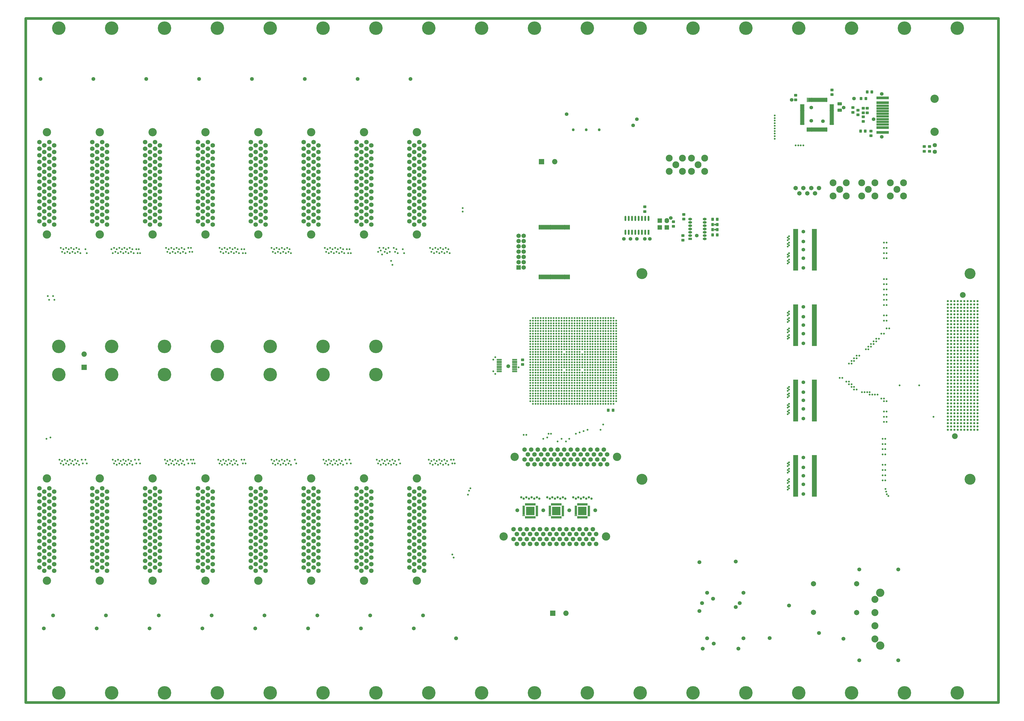
<source format=gbs>
%FSAX43Y43*%
%MOMM*%
G71*
G01*
G75*
G04 Layer_Color=16711935*
%ADD10C,0.175*%
%ADD11R,0.500X0.600*%
%ADD12R,0.600X0.500*%
%ADD13R,3.048X3.048*%
G04:AMPARAMS|DCode=14|XSize=0.5mm|YSize=0.6mm|CornerRadius=0mm|HoleSize=0mm|Usage=FLASHONLY|Rotation=225.000|XOffset=0mm|YOffset=0mm|HoleType=Round|Shape=Rectangle|*
%AMROTATEDRECTD14*
4,1,4,-0.035,0.389,0.389,-0.035,0.035,-0.389,-0.389,0.035,-0.035,0.389,0.0*
%
%ADD14ROTATEDRECTD14*%

G04:AMPARAMS|DCode=15|XSize=0.5mm|YSize=0.6mm|CornerRadius=0mm|HoleSize=0mm|Usage=FLASHONLY|Rotation=315.000|XOffset=0mm|YOffset=0mm|HoleType=Round|Shape=Rectangle|*
%AMROTATEDRECTD15*
4,1,4,-0.389,-0.035,0.035,0.389,0.389,0.035,-0.035,-0.389,-0.389,-0.035,0.0*
%
%ADD15ROTATEDRECTD15*%

G04:AMPARAMS|DCode=16|XSize=1mm|YSize=2mm|CornerRadius=0.1mm|HoleSize=0mm|Usage=FLASHONLY|Rotation=270.000|XOffset=0mm|YOffset=0mm|HoleType=Round|Shape=RoundedRectangle|*
%AMROUNDEDRECTD16*
21,1,1.000,1.800,0,0,270.0*
21,1,0.800,2.000,0,0,270.0*
1,1,0.200,-0.900,-0.400*
1,1,0.200,-0.900,0.400*
1,1,0.200,0.900,0.400*
1,1,0.200,0.900,-0.400*
%
%ADD16ROUNDEDRECTD16*%
G04:AMPARAMS|DCode=17|XSize=1mm|YSize=1.5mm|CornerRadius=0.1mm|HoleSize=0mm|Usage=FLASHONLY|Rotation=270.000|XOffset=0mm|YOffset=0mm|HoleType=Round|Shape=RoundedRectangle|*
%AMROUNDEDRECTD17*
21,1,1.000,1.300,0,0,270.0*
21,1,0.800,1.500,0,0,270.0*
1,1,0.200,-0.650,-0.400*
1,1,0.200,-0.650,0.400*
1,1,0.200,0.650,0.400*
1,1,0.200,0.650,-0.400*
%
%ADD17ROUNDEDRECTD17*%
G04:AMPARAMS|DCode=18|XSize=0.8mm|YSize=1mm|CornerRadius=0.08mm|HoleSize=0mm|Usage=FLASHONLY|Rotation=270.000|XOffset=0mm|YOffset=0mm|HoleType=Round|Shape=RoundedRectangle|*
%AMROUNDEDRECTD18*
21,1,0.800,0.840,0,0,270.0*
21,1,0.640,1.000,0,0,270.0*
1,1,0.160,-0.420,-0.320*
1,1,0.160,-0.420,0.320*
1,1,0.160,0.420,0.320*
1,1,0.160,0.420,-0.320*
%
%ADD18ROUNDEDRECTD18*%
G04:AMPARAMS|DCode=19|XSize=0.8mm|YSize=1mm|CornerRadius=0.08mm|HoleSize=0mm|Usage=FLASHONLY|Rotation=0.000|XOffset=0mm|YOffset=0mm|HoleType=Round|Shape=RoundedRectangle|*
%AMROUNDEDRECTD19*
21,1,0.800,0.840,0,0,0.0*
21,1,0.640,1.000,0,0,0.0*
1,1,0.160,0.320,-0.420*
1,1,0.160,-0.320,-0.420*
1,1,0.160,-0.320,0.420*
1,1,0.160,0.320,0.420*
%
%ADD19ROUNDEDRECTD19*%
%ADD20R,0.762X2.540*%
%ADD21R,5.000X6.000*%
%ADD22R,2.540X0.762*%
%ADD23R,6.000X5.000*%
%ADD24R,3.048X3.048*%
%ADD25O,0.305X1.016*%
%ADD26O,0.813X0.305*%
%ADD27O,1.016X0.305*%
%ADD28O,0.305X0.813*%
%ADD29O,2.100X6.000*%
%ADD30O,2.100X6.000*%
%ADD31C,0.150*%
%ADD32C,1.524*%
%ADD33C,0.508*%
%ADD34C,0.254*%
%ADD35C,0.500*%
%ADD36C,1.000*%
%ADD37C,0.200*%
%ADD38C,1.160*%
%ADD39C,1.016*%
%ADD40C,0.400*%
%ADD41C,0.300*%
%ADD42C,1.500*%
%ADD43R,1.500X1.500*%
%ADD44R,1.850X1.850*%
%ADD45C,1.850*%
%ADD46R,1.850X1.850*%
%ADD47C,2.438*%
%ADD48C,1.524*%
%ADD49C,3.000*%
%ADD50C,2.500*%
%ADD51C,1.422*%
%ADD52C,4.000*%
%ADD53C,5.000*%
%ADD54C,2.000*%
%ADD55C,0.500*%
%ADD56C,1.300*%
%ADD57C,1.000*%
%ADD58C,0.700*%
%ADD59C,1.200*%
%ADD60C,1.270*%
%ADD61C,1.800*%
%ADD62C,0.600*%
%ADD63C,0.900*%
G04:AMPARAMS|DCode=64|XSize=1.65mm|YSize=1.65mm|CornerRadius=0mm|HoleSize=0mm|Usage=FLASHONLY|Rotation=0.000|XOffset=0mm|YOffset=0mm|HoleType=Round|Shape=Relief|Width=0.175mm|Gap=0.2mm|Entries=4|*
%AMTHD64*
7,0,0,1.650,1.250,0.175,45*
%
%ADD64THD64*%
G04:AMPARAMS|DCode=65|XSize=1.85mm|YSize=1.85mm|CornerRadius=0mm|HoleSize=0mm|Usage=FLASHONLY|Rotation=0.000|XOffset=0mm|YOffset=0mm|HoleType=Round|Shape=Relief|Width=0.175mm|Gap=0.2mm|Entries=4|*
%AMTHD65*
7,0,0,1.850,1.450,0.175,45*
%
%ADD65THD65*%
G04:AMPARAMS|DCode=66|XSize=2.0708mm|YSize=2.0708mm|CornerRadius=0mm|HoleSize=0mm|Usage=FLASHONLY|Rotation=0.000|XOffset=0mm|YOffset=0mm|HoleType=Round|Shape=Relief|Width=0.175mm|Gap=0.2mm|Entries=4|*
%AMTHD66*
7,0,0,2.071,1.671,0.175,45*
%
%ADD66THD66*%
%ADD67C,1.721*%
%ADD68C,2.700*%
%ADD69C,2.200*%
%ADD70C,3.400*%
G04:AMPARAMS|DCode=71|XSize=1.5628mm|YSize=1.5628mm|CornerRadius=0mm|HoleSize=0mm|Usage=FLASHONLY|Rotation=0.000|XOffset=0mm|YOffset=0mm|HoleType=Round|Shape=Relief|Width=0.175mm|Gap=0.2mm|Entries=4|*
%AMTHD71*
7,0,0,1.563,1.163,0.175,45*
%
%ADD71THD71*%
%ADD72C,1.213*%
%ADD73C,3.200*%
%ADD74C,1.670*%
G04:AMPARAMS|DCode=75|XSize=1mm|YSize=1mm|CornerRadius=0mm|HoleSize=0mm|Usage=FLASHONLY|Rotation=0.000|XOffset=0mm|YOffset=0mm|HoleType=Round|Shape=Relief|Width=0.175mm|Gap=0.2mm|Entries=4|*
%AMTHD75*
7,0,0,1.000,0.600,0.175,45*
%
%ADD75THD75*%
%ADD76C,1.000*%
%ADD77C,0.800*%
%ADD78C,0.650*%
%ADD79C,1.100*%
%ADD80C,1.400*%
%ADD81C,1.111*%
G04:AMPARAMS|DCode=82|XSize=1.4612mm|YSize=1.4612mm|CornerRadius=0mm|HoleSize=0mm|Usage=FLASHONLY|Rotation=0.000|XOffset=0mm|YOffset=0mm|HoleType=Round|Shape=Relief|Width=0.175mm|Gap=0.2mm|Entries=4|*
%AMTHD82*
7,0,0,1.461,1.061,0.175,45*
%
%ADD82THD82*%
%ADD83C,0.700*%
%ADD84C,1.600*%
G04:AMPARAMS|DCode=85|XSize=1.45mm|YSize=1.45mm|CornerRadius=0mm|HoleSize=0mm|Usage=FLASHONLY|Rotation=0.000|XOffset=0mm|YOffset=0mm|HoleType=Round|Shape=Relief|Width=0.175mm|Gap=0.2mm|Entries=4|*
%AMTHD85*
7,0,0,1.450,1.050,0.175,45*
%
%ADD85THD85*%
%ADD86C,0.900*%
G04:AMPARAMS|DCode=87|XSize=1.95mm|YSize=1.95mm|CornerRadius=0mm|HoleSize=0mm|Usage=FLASHONLY|Rotation=0.000|XOffset=0mm|YOffset=0mm|HoleType=Round|Shape=Relief|Width=0.175mm|Gap=0.2mm|Entries=4|*
%AMTHD87*
7,0,0,1.950,1.550,0.175,45*
%
%ADD87THD87*%
G04:AMPARAMS|DCode=88|XSize=1.55mm|YSize=1.55mm|CornerRadius=0mm|HoleSize=0mm|Usage=FLASHONLY|Rotation=0.000|XOffset=0mm|YOffset=0mm|HoleType=Round|Shape=Relief|Width=0.175mm|Gap=0.2mm|Entries=4|*
%AMTHD88*
7,0,0,1.550,1.150,0.175,45*
%
%ADD88THD88*%
G04:AMPARAMS|DCode=89|XSize=1.35mm|YSize=1.35mm|CornerRadius=0mm|HoleSize=0mm|Usage=FLASHONLY|Rotation=0.000|XOffset=0mm|YOffset=0mm|HoleType=Round|Shape=Relief|Width=0.175mm|Gap=0.2mm|Entries=4|*
%AMTHD89*
7,0,0,1.350,0.950,0.175,45*
%
%ADD89THD89*%
G04:AMPARAMS|DCode=90|XSize=1.05mm|YSize=1.05mm|CornerRadius=0mm|HoleSize=0mm|Usage=FLASHONLY|Rotation=0.000|XOffset=0mm|YOffset=0mm|HoleType=Round|Shape=Relief|Width=0.175mm|Gap=0.2mm|Entries=4|*
%AMTHD90*
7,0,0,1.050,0.650,0.175,45*
%
%ADD90THD90*%
%ADD91R,1.650X0.300*%
%ADD92O,1.270X0.762*%
%ADD93R,1.270X0.762*%
%ADD94O,0.508X1.778*%
%ADD95R,0.508X1.778*%
%ADD96R,1.500X1.600*%
G04:AMPARAMS|DCode=97|XSize=1.6mm|YSize=1.5mm|CornerRadius=0mm|HoleSize=0mm|Usage=FLASHONLY|Rotation=270.000|XOffset=0mm|YOffset=0mm|HoleType=Round|Shape=Octagon|*
%AMOCTAGOND97*
4,1,8,-0.375,-0.800,0.375,-0.800,0.750,-0.425,0.750,0.425,0.375,0.800,-0.375,0.800,-0.750,0.425,-0.750,-0.425,-0.375,-0.800,0.0*
%
%ADD97OCTAGOND97*%

%ADD98R,4.600X0.610*%
%ADD99R,4.600X0.810*%
%ADD100O,1.778X0.381*%
%ADD101R,1.778X0.381*%
%ADD102O,0.250X0.800*%
%ADD103R,0.800X0.250*%
%ADD104O,0.800X0.250*%
%ADD105O,0.250X0.800*%
%ADD106O,0.800X0.250*%
%ADD107R,3.100X3.100*%
%ADD108O,0.300X1.700*%
%ADD109O,1.600X0.250*%
%ADD110O,0.250X1.600*%
%ADD111R,0.250X1.600*%
%ADD112C,0.120*%
%ADD113C,0.305*%
%ADD114C,0.250*%
%ADD115C,0.203*%
%ADD116R,0.703X0.803*%
%ADD117R,0.803X0.703*%
%ADD118R,3.251X3.251*%
G04:AMPARAMS|DCode=119|XSize=0.703mm|YSize=0.803mm|CornerRadius=0mm|HoleSize=0mm|Usage=FLASHONLY|Rotation=225.000|XOffset=0mm|YOffset=0mm|HoleType=Round|Shape=Rectangle|*
%AMROTATEDRECTD119*
4,1,4,-0.035,0.533,0.533,-0.035,0.035,-0.533,-0.533,0.035,-0.035,0.533,0.0*
%
%ADD119ROTATEDRECTD119*%

G04:AMPARAMS|DCode=120|XSize=0.703mm|YSize=0.803mm|CornerRadius=0mm|HoleSize=0mm|Usage=FLASHONLY|Rotation=315.000|XOffset=0mm|YOffset=0mm|HoleType=Round|Shape=Rectangle|*
%AMROTATEDRECTD120*
4,1,4,-0.533,-0.035,0.035,0.533,0.533,0.035,-0.035,-0.533,-0.533,-0.035,0.0*
%
%ADD120ROTATEDRECTD120*%

G04:AMPARAMS|DCode=121|XSize=1.203mm|YSize=2.203mm|CornerRadius=0.202mm|HoleSize=0mm|Usage=FLASHONLY|Rotation=270.000|XOffset=0mm|YOffset=0mm|HoleType=Round|Shape=RoundedRectangle|*
%AMROUNDEDRECTD121*
21,1,1.203,1.800,0,0,270.0*
21,1,0.800,2.203,0,0,270.0*
1,1,0.403,-0.900,-0.400*
1,1,0.403,-0.900,0.400*
1,1,0.403,0.900,0.400*
1,1,0.403,0.900,-0.400*
%
%ADD121ROUNDEDRECTD121*%
G04:AMPARAMS|DCode=122|XSize=1.203mm|YSize=1.703mm|CornerRadius=0.202mm|HoleSize=0mm|Usage=FLASHONLY|Rotation=270.000|XOffset=0mm|YOffset=0mm|HoleType=Round|Shape=RoundedRectangle|*
%AMROUNDEDRECTD122*
21,1,1.203,1.300,0,0,270.0*
21,1,0.800,1.703,0,0,270.0*
1,1,0.403,-0.650,-0.400*
1,1,0.403,-0.650,0.400*
1,1,0.403,0.650,0.400*
1,1,0.403,0.650,-0.400*
%
%ADD122ROUNDEDRECTD122*%
G04:AMPARAMS|DCode=123|XSize=1.003mm|YSize=1.203mm|CornerRadius=0.182mm|HoleSize=0mm|Usage=FLASHONLY|Rotation=270.000|XOffset=0mm|YOffset=0mm|HoleType=Round|Shape=RoundedRectangle|*
%AMROUNDEDRECTD123*
21,1,1.003,0.840,0,0,270.0*
21,1,0.640,1.203,0,0,270.0*
1,1,0.363,-0.420,-0.320*
1,1,0.363,-0.420,0.320*
1,1,0.363,0.420,0.320*
1,1,0.363,0.420,-0.320*
%
%ADD123ROUNDEDRECTD123*%
G04:AMPARAMS|DCode=124|XSize=1.003mm|YSize=1.203mm|CornerRadius=0.182mm|HoleSize=0mm|Usage=FLASHONLY|Rotation=0.000|XOffset=0mm|YOffset=0mm|HoleType=Round|Shape=RoundedRectangle|*
%AMROUNDEDRECTD124*
21,1,1.003,0.840,0,0,0.0*
21,1,0.640,1.203,0,0,0.0*
1,1,0.363,0.320,-0.420*
1,1,0.363,-0.320,-0.420*
1,1,0.363,-0.320,0.420*
1,1,0.363,0.320,0.420*
%
%ADD124ROUNDEDRECTD124*%
%ADD125R,0.965X2.743*%
%ADD126R,5.203X6.203*%
%ADD127R,2.743X0.965*%
%ADD128R,6.203X5.203*%
%ADD129R,3.251X3.251*%
%ADD130O,0.508X1.219*%
%ADD131O,1.016X0.508*%
%ADD132O,1.219X0.508*%
%ADD133O,0.508X1.016*%
%ADD134O,2.303X6.203*%
%ADD135O,2.303X6.203*%
%ADD136C,1.703*%
%ADD137R,1.703X1.703*%
%ADD138R,2.053X2.053*%
%ADD139C,2.053*%
%ADD140R,2.053X2.053*%
%ADD141C,2.642*%
%ADD142C,1.727*%
%ADD143C,3.203*%
%ADD144C,2.703*%
%ADD145C,1.626*%
%ADD146C,4.203*%
%ADD147C,5.203*%
%ADD148C,2.203*%
%ADD149C,0.703*%
%ADD150C,1.503*%
%ADD151C,1.203*%
%ADD152C,0.903*%
%ADD153C,1.403*%
%ADD154C,1.473*%
%ADD155C,2.003*%
%ADD156C,0.803*%
%ADD157R,1.853X0.503*%
%ADD158O,1.473X0.965*%
%ADD159R,1.473X0.965*%
%ADD160O,0.711X1.981*%
%ADD161R,0.711X1.981*%
%ADD162R,1.703X1.803*%
G04:AMPARAMS|DCode=163|XSize=1.803mm|YSize=1.703mm|CornerRadius=0mm|HoleSize=0mm|Usage=FLASHONLY|Rotation=270.000|XOffset=0mm|YOffset=0mm|HoleType=Round|Shape=Octagon|*
%AMOCTAGOND163*
4,1,8,-0.426,-0.902,0.426,-0.902,0.852,-0.476,0.852,0.476,0.426,0.902,-0.426,0.902,-0.852,0.476,-0.852,-0.476,-0.426,-0.902,0.0*
%
%ADD163OCTAGOND163*%

%ADD164R,4.803X0.813*%
%ADD165R,4.803X1.013*%
%ADD166O,1.981X0.584*%
%ADD167R,1.981X0.584*%
%ADD168O,0.453X1.003*%
%ADD169R,1.003X0.453*%
%ADD170O,1.003X0.453*%
%ADD171O,0.453X1.003*%
%ADD172O,1.003X0.453*%
%ADD173R,3.303X3.303*%
%ADD174O,0.503X1.903*%
%ADD175O,1.803X0.453*%
%ADD176O,0.453X1.803*%
%ADD177R,0.453X1.803*%
%ADD178C,1.103*%
G54D36*
X0025000Y0025000D02*
Y0288350D01*
X0399000D01*
Y0025000D02*
Y0288350D01*
X0025000Y0025000D02*
X0399000D01*
G54D122*
X0338000Y0255500D02*
D03*
Y0253000D02*
D03*
G54D123*
X0278000Y0211120D02*
D03*
Y0212920D02*
D03*
X0277700Y0204770D02*
D03*
Y0202970D02*
D03*
X0274000Y0208300D02*
D03*
Y0210100D02*
D03*
X0348500Y0252000D02*
D03*
Y0253800D02*
D03*
X0350000Y0243200D02*
D03*
Y0245000D02*
D03*
X0372500Y0237200D02*
D03*
Y0239000D02*
D03*
X0370500Y0239000D02*
D03*
Y0237200D02*
D03*
X0335000Y0259000D02*
D03*
Y0260800D02*
D03*
X0347000Y0248700D02*
D03*
Y0250500D02*
D03*
Y0252000D02*
D03*
Y0253800D02*
D03*
X0321000Y0257000D02*
D03*
Y0258800D02*
D03*
X0343000Y0254000D02*
D03*
Y0252200D02*
D03*
X0345001Y0251200D02*
D03*
Y0253000D02*
D03*
X0216000Y0155151D02*
D03*
Y0156951D02*
D03*
X0263000Y0215800D02*
D03*
Y0214000D02*
D03*
G54D124*
X0290900Y0205000D02*
D03*
X0289100D02*
D03*
Y0207000D02*
D03*
X0290900D02*
D03*
Y0209000D02*
D03*
X0289100D02*
D03*
X0290900Y0211000D02*
D03*
X0289100D02*
D03*
X0350300Y0260000D02*
D03*
X0348500D02*
D03*
X0346200Y0257500D02*
D03*
X0348000D02*
D03*
X0346000Y0245000D02*
D03*
X0347800D02*
D03*
X0249000Y0137500D02*
D03*
X0250800D02*
D03*
G54D136*
X0216500Y0204660D02*
D03*
X0214500Y0204700D02*
D03*
X0216500Y0202620D02*
D03*
X0214500Y0202660D02*
D03*
X0216500Y0200580D02*
D03*
X0214500Y0200620D02*
D03*
X0216500Y0198540D02*
D03*
X0214500Y0198580D02*
D03*
X0216500Y0196500D02*
D03*
X0214500Y0196540D02*
D03*
X0216500Y0194500D02*
D03*
X0214500Y0194540D02*
D03*
X0216500Y0192500D02*
D03*
X0324000Y0223000D02*
D03*
X0321000D02*
D03*
X0322500Y0221000D02*
D03*
X0325500D02*
D03*
X0330000Y0223000D02*
D03*
X0327000D02*
D03*
X0328500Y0221000D02*
D03*
G54D137*
X0214500Y0192500D02*
D03*
G54D138*
X0227600Y0059350D02*
D03*
X0223300Y0233200D02*
D03*
G54D139*
X0232680Y0059350D02*
D03*
X0047500Y0159080D02*
D03*
X0228380Y0233200D02*
D03*
G54D140*
X0047500Y0154000D02*
D03*
G54D141*
X0277540Y0234540D02*
D03*
Y0229460D02*
D03*
X0272460D02*
D03*
Y0234540D02*
D03*
X0275000Y0232000D02*
D03*
X0280960Y0234540D02*
D03*
X0286040D02*
D03*
Y0229460D02*
D03*
X0280960D02*
D03*
X0283500Y0232000D02*
D03*
X0335460Y0219960D02*
D03*
Y0225040D02*
D03*
X0340540D02*
D03*
Y0219960D02*
D03*
X0338000Y0222500D02*
D03*
X0346460Y0219960D02*
D03*
Y0225040D02*
D03*
X0351540D02*
D03*
Y0219960D02*
D03*
X0349000Y0222500D02*
D03*
X0357460Y0219960D02*
D03*
Y0225040D02*
D03*
X0362540D02*
D03*
Y0219960D02*
D03*
X0360000Y0222500D02*
D03*
G54D142*
X0174408Y0239480D02*
D03*
Y0209000D02*
D03*
Y0211540D02*
D03*
Y0214080D02*
D03*
Y0216620D02*
D03*
Y0219160D02*
D03*
Y0221700D02*
D03*
Y0224240D02*
D03*
Y0226780D02*
D03*
Y0229320D02*
D03*
Y0231860D02*
D03*
Y0234400D02*
D03*
Y0236940D02*
D03*
X0172503Y0238210D02*
D03*
Y0235670D02*
D03*
Y0233130D02*
D03*
Y0230590D02*
D03*
Y0228050D02*
D03*
Y0225510D02*
D03*
Y0222970D02*
D03*
Y0220430D02*
D03*
Y0217890D02*
D03*
Y0215350D02*
D03*
Y0212810D02*
D03*
Y0210270D02*
D03*
Y0240750D02*
D03*
X0176312D02*
D03*
Y0210270D02*
D03*
Y0212810D02*
D03*
Y0215350D02*
D03*
Y0217890D02*
D03*
Y0220430D02*
D03*
Y0222970D02*
D03*
Y0225510D02*
D03*
Y0228050D02*
D03*
Y0230590D02*
D03*
Y0233130D02*
D03*
Y0235670D02*
D03*
Y0238210D02*
D03*
X0178217Y0236940D02*
D03*
Y0234400D02*
D03*
Y0231860D02*
D03*
Y0229320D02*
D03*
Y0226780D02*
D03*
Y0224240D02*
D03*
Y0221700D02*
D03*
Y0219160D02*
D03*
Y0216620D02*
D03*
Y0214080D02*
D03*
Y0211540D02*
D03*
Y0209000D02*
D03*
Y0239480D02*
D03*
X0154087D02*
D03*
Y0209000D02*
D03*
Y0211540D02*
D03*
Y0214080D02*
D03*
Y0216620D02*
D03*
Y0219160D02*
D03*
Y0221700D02*
D03*
Y0224240D02*
D03*
Y0226780D02*
D03*
Y0229320D02*
D03*
Y0231860D02*
D03*
Y0234400D02*
D03*
Y0236940D02*
D03*
X0152182Y0238210D02*
D03*
Y0235670D02*
D03*
Y0233130D02*
D03*
Y0230590D02*
D03*
Y0228050D02*
D03*
Y0225510D02*
D03*
Y0222970D02*
D03*
Y0220430D02*
D03*
Y0217890D02*
D03*
Y0215350D02*
D03*
Y0212810D02*
D03*
Y0210270D02*
D03*
Y0240750D02*
D03*
X0155992D02*
D03*
Y0210270D02*
D03*
Y0212810D02*
D03*
Y0215350D02*
D03*
Y0217890D02*
D03*
Y0220430D02*
D03*
Y0222970D02*
D03*
Y0225510D02*
D03*
Y0228050D02*
D03*
Y0230590D02*
D03*
Y0233130D02*
D03*
Y0235670D02*
D03*
Y0238210D02*
D03*
X0157898Y0236940D02*
D03*
Y0234400D02*
D03*
Y0231860D02*
D03*
Y0229320D02*
D03*
Y0226780D02*
D03*
Y0224240D02*
D03*
Y0221700D02*
D03*
Y0219160D02*
D03*
Y0216620D02*
D03*
Y0214080D02*
D03*
Y0211540D02*
D03*
Y0209000D02*
D03*
Y0239480D02*
D03*
X0133768D02*
D03*
Y0209000D02*
D03*
Y0211540D02*
D03*
Y0214080D02*
D03*
Y0216620D02*
D03*
Y0219160D02*
D03*
Y0221700D02*
D03*
Y0224240D02*
D03*
Y0226780D02*
D03*
Y0229320D02*
D03*
Y0231860D02*
D03*
Y0234400D02*
D03*
Y0236940D02*
D03*
X0131863Y0238210D02*
D03*
Y0235670D02*
D03*
Y0233130D02*
D03*
Y0230590D02*
D03*
Y0228050D02*
D03*
Y0225510D02*
D03*
Y0222970D02*
D03*
Y0220430D02*
D03*
Y0217890D02*
D03*
Y0215350D02*
D03*
Y0212810D02*
D03*
Y0210270D02*
D03*
Y0240750D02*
D03*
X0135673D02*
D03*
Y0210270D02*
D03*
Y0212810D02*
D03*
Y0215350D02*
D03*
Y0217890D02*
D03*
Y0220430D02*
D03*
Y0222970D02*
D03*
Y0225510D02*
D03*
Y0228050D02*
D03*
Y0230590D02*
D03*
Y0233130D02*
D03*
Y0235670D02*
D03*
Y0238210D02*
D03*
X0137577Y0236940D02*
D03*
Y0234400D02*
D03*
Y0231860D02*
D03*
Y0229320D02*
D03*
Y0226780D02*
D03*
Y0224240D02*
D03*
Y0221700D02*
D03*
Y0219160D02*
D03*
Y0216620D02*
D03*
Y0214080D02*
D03*
Y0211540D02*
D03*
Y0209000D02*
D03*
Y0239480D02*
D03*
X0113448D02*
D03*
Y0209000D02*
D03*
Y0211540D02*
D03*
Y0214080D02*
D03*
Y0216620D02*
D03*
Y0219160D02*
D03*
Y0221700D02*
D03*
Y0224240D02*
D03*
Y0226780D02*
D03*
Y0229320D02*
D03*
Y0231860D02*
D03*
Y0234400D02*
D03*
Y0236940D02*
D03*
X0111543Y0238210D02*
D03*
Y0235670D02*
D03*
Y0233130D02*
D03*
Y0230590D02*
D03*
Y0228050D02*
D03*
Y0225510D02*
D03*
Y0222970D02*
D03*
Y0220430D02*
D03*
Y0217890D02*
D03*
Y0215350D02*
D03*
Y0212810D02*
D03*
Y0210270D02*
D03*
Y0240750D02*
D03*
X0115353D02*
D03*
Y0210270D02*
D03*
Y0212810D02*
D03*
Y0215350D02*
D03*
Y0217890D02*
D03*
Y0220430D02*
D03*
Y0222970D02*
D03*
Y0225510D02*
D03*
Y0228050D02*
D03*
Y0230590D02*
D03*
Y0233130D02*
D03*
Y0235670D02*
D03*
Y0238210D02*
D03*
X0117257Y0236940D02*
D03*
Y0234400D02*
D03*
Y0231860D02*
D03*
Y0229320D02*
D03*
Y0226780D02*
D03*
Y0224240D02*
D03*
Y0221700D02*
D03*
Y0219160D02*
D03*
Y0216620D02*
D03*
Y0214080D02*
D03*
Y0211540D02*
D03*
Y0209000D02*
D03*
Y0239480D02*
D03*
X0093128D02*
D03*
Y0209000D02*
D03*
Y0211540D02*
D03*
Y0214080D02*
D03*
Y0216620D02*
D03*
Y0219160D02*
D03*
Y0221700D02*
D03*
Y0224240D02*
D03*
Y0226780D02*
D03*
Y0229320D02*
D03*
Y0231860D02*
D03*
Y0234400D02*
D03*
Y0236940D02*
D03*
X0091223Y0238210D02*
D03*
Y0235670D02*
D03*
Y0233130D02*
D03*
Y0230590D02*
D03*
Y0228050D02*
D03*
Y0225510D02*
D03*
Y0222970D02*
D03*
Y0220430D02*
D03*
Y0217890D02*
D03*
Y0215350D02*
D03*
Y0212810D02*
D03*
Y0210270D02*
D03*
Y0240750D02*
D03*
X0095033D02*
D03*
Y0210270D02*
D03*
Y0212810D02*
D03*
Y0215350D02*
D03*
Y0217890D02*
D03*
Y0220430D02*
D03*
Y0222970D02*
D03*
Y0225510D02*
D03*
Y0228050D02*
D03*
Y0230590D02*
D03*
Y0233130D02*
D03*
Y0235670D02*
D03*
Y0238210D02*
D03*
X0096938Y0236940D02*
D03*
Y0234400D02*
D03*
Y0231860D02*
D03*
Y0229320D02*
D03*
Y0226780D02*
D03*
Y0224240D02*
D03*
Y0221700D02*
D03*
Y0219160D02*
D03*
Y0216620D02*
D03*
Y0214080D02*
D03*
Y0211540D02*
D03*
Y0209000D02*
D03*
Y0239480D02*
D03*
X0072808D02*
D03*
Y0209000D02*
D03*
Y0211540D02*
D03*
Y0214080D02*
D03*
Y0216620D02*
D03*
Y0219160D02*
D03*
Y0221700D02*
D03*
Y0224240D02*
D03*
Y0226780D02*
D03*
Y0229320D02*
D03*
Y0231860D02*
D03*
Y0234400D02*
D03*
Y0236940D02*
D03*
X0070902Y0238210D02*
D03*
Y0235670D02*
D03*
Y0233130D02*
D03*
Y0230590D02*
D03*
Y0228050D02*
D03*
Y0225510D02*
D03*
Y0222970D02*
D03*
Y0220430D02*
D03*
Y0217890D02*
D03*
Y0215350D02*
D03*
Y0212810D02*
D03*
Y0210270D02*
D03*
Y0240750D02*
D03*
X0074713D02*
D03*
Y0210270D02*
D03*
Y0212810D02*
D03*
Y0215350D02*
D03*
Y0217890D02*
D03*
Y0220430D02*
D03*
Y0222970D02*
D03*
Y0225510D02*
D03*
Y0228050D02*
D03*
Y0230590D02*
D03*
Y0233130D02*
D03*
Y0235670D02*
D03*
Y0238210D02*
D03*
X0076618Y0236940D02*
D03*
Y0234400D02*
D03*
Y0231860D02*
D03*
Y0229320D02*
D03*
Y0226780D02*
D03*
Y0224240D02*
D03*
Y0221700D02*
D03*
Y0219160D02*
D03*
Y0216620D02*
D03*
Y0214080D02*
D03*
Y0211540D02*
D03*
Y0209000D02*
D03*
Y0239480D02*
D03*
X0052487D02*
D03*
Y0209000D02*
D03*
Y0211540D02*
D03*
Y0214080D02*
D03*
Y0216620D02*
D03*
Y0219160D02*
D03*
Y0221700D02*
D03*
Y0224240D02*
D03*
Y0226780D02*
D03*
Y0229320D02*
D03*
Y0231860D02*
D03*
Y0234400D02*
D03*
Y0236940D02*
D03*
X0050583Y0238210D02*
D03*
Y0235670D02*
D03*
Y0233130D02*
D03*
Y0230590D02*
D03*
Y0228050D02*
D03*
Y0225510D02*
D03*
Y0222970D02*
D03*
Y0220430D02*
D03*
Y0217890D02*
D03*
Y0215350D02*
D03*
Y0212810D02*
D03*
Y0210270D02*
D03*
Y0240750D02*
D03*
X0054393D02*
D03*
Y0210270D02*
D03*
Y0212810D02*
D03*
Y0215350D02*
D03*
Y0217890D02*
D03*
Y0220430D02*
D03*
Y0222970D02*
D03*
Y0225510D02*
D03*
Y0228050D02*
D03*
Y0230590D02*
D03*
Y0233130D02*
D03*
Y0235670D02*
D03*
Y0238210D02*
D03*
X0056298Y0236940D02*
D03*
Y0234400D02*
D03*
Y0231860D02*
D03*
Y0229320D02*
D03*
Y0226780D02*
D03*
Y0224240D02*
D03*
Y0221700D02*
D03*
Y0219160D02*
D03*
Y0216620D02*
D03*
Y0214080D02*
D03*
Y0211540D02*
D03*
Y0209000D02*
D03*
Y0239480D02*
D03*
X0032167D02*
D03*
Y0209000D02*
D03*
Y0211540D02*
D03*
Y0214080D02*
D03*
Y0216620D02*
D03*
Y0219160D02*
D03*
Y0221700D02*
D03*
Y0224240D02*
D03*
Y0226780D02*
D03*
Y0229320D02*
D03*
Y0231860D02*
D03*
Y0234400D02*
D03*
Y0236940D02*
D03*
X0030263Y0238210D02*
D03*
Y0235670D02*
D03*
Y0233130D02*
D03*
Y0230590D02*
D03*
Y0228050D02*
D03*
Y0225510D02*
D03*
Y0222970D02*
D03*
Y0220430D02*
D03*
Y0217890D02*
D03*
Y0215350D02*
D03*
Y0212810D02*
D03*
Y0210270D02*
D03*
Y0240750D02*
D03*
X0034072D02*
D03*
Y0210270D02*
D03*
Y0212810D02*
D03*
Y0215350D02*
D03*
Y0217890D02*
D03*
Y0220430D02*
D03*
Y0222970D02*
D03*
Y0225510D02*
D03*
Y0228050D02*
D03*
Y0230590D02*
D03*
Y0233130D02*
D03*
Y0235670D02*
D03*
Y0238210D02*
D03*
X0035978Y0236940D02*
D03*
Y0234400D02*
D03*
Y0231860D02*
D03*
Y0229320D02*
D03*
Y0226780D02*
D03*
Y0224240D02*
D03*
Y0221700D02*
D03*
Y0219160D02*
D03*
Y0216620D02*
D03*
Y0214080D02*
D03*
Y0211540D02*
D03*
Y0209000D02*
D03*
Y0239480D02*
D03*
X0174408Y0106230D02*
D03*
Y0075750D02*
D03*
Y0078290D02*
D03*
Y0080830D02*
D03*
Y0083370D02*
D03*
Y0085910D02*
D03*
Y0088450D02*
D03*
Y0090990D02*
D03*
Y0093530D02*
D03*
Y0096070D02*
D03*
Y0098610D02*
D03*
Y0101150D02*
D03*
Y0103690D02*
D03*
X0172503Y0104960D02*
D03*
Y0102420D02*
D03*
Y0099880D02*
D03*
Y0097340D02*
D03*
Y0094800D02*
D03*
Y0092260D02*
D03*
Y0089720D02*
D03*
Y0087180D02*
D03*
Y0084640D02*
D03*
Y0082100D02*
D03*
Y0079560D02*
D03*
Y0077020D02*
D03*
Y0107500D02*
D03*
X0176312D02*
D03*
Y0077020D02*
D03*
Y0079560D02*
D03*
Y0082100D02*
D03*
Y0084640D02*
D03*
Y0087180D02*
D03*
Y0089720D02*
D03*
Y0092260D02*
D03*
Y0094800D02*
D03*
Y0097340D02*
D03*
Y0099880D02*
D03*
Y0102420D02*
D03*
Y0104960D02*
D03*
X0178217Y0103690D02*
D03*
Y0101150D02*
D03*
Y0098610D02*
D03*
Y0096070D02*
D03*
Y0093530D02*
D03*
Y0090990D02*
D03*
Y0088450D02*
D03*
Y0085910D02*
D03*
Y0083370D02*
D03*
Y0080830D02*
D03*
Y0078290D02*
D03*
Y0075750D02*
D03*
Y0106230D02*
D03*
X0154087D02*
D03*
Y0075750D02*
D03*
Y0078290D02*
D03*
Y0080830D02*
D03*
Y0083370D02*
D03*
Y0085910D02*
D03*
Y0088450D02*
D03*
Y0090990D02*
D03*
Y0093530D02*
D03*
Y0096070D02*
D03*
Y0098610D02*
D03*
Y0101150D02*
D03*
Y0103690D02*
D03*
X0152182Y0104960D02*
D03*
Y0102420D02*
D03*
Y0099880D02*
D03*
Y0097340D02*
D03*
Y0094800D02*
D03*
Y0092260D02*
D03*
Y0089720D02*
D03*
Y0087180D02*
D03*
Y0084640D02*
D03*
Y0082100D02*
D03*
Y0079560D02*
D03*
Y0077020D02*
D03*
Y0107500D02*
D03*
X0155992D02*
D03*
Y0077020D02*
D03*
Y0079560D02*
D03*
Y0082100D02*
D03*
Y0084640D02*
D03*
Y0087180D02*
D03*
Y0089720D02*
D03*
Y0092260D02*
D03*
Y0094800D02*
D03*
Y0097340D02*
D03*
Y0099880D02*
D03*
Y0102420D02*
D03*
Y0104960D02*
D03*
X0157898Y0103690D02*
D03*
Y0101150D02*
D03*
Y0098610D02*
D03*
Y0096070D02*
D03*
Y0093530D02*
D03*
Y0090990D02*
D03*
Y0088450D02*
D03*
Y0085910D02*
D03*
Y0083370D02*
D03*
Y0080830D02*
D03*
Y0078290D02*
D03*
Y0075750D02*
D03*
Y0106230D02*
D03*
X0133768D02*
D03*
Y0075750D02*
D03*
Y0078290D02*
D03*
Y0080830D02*
D03*
Y0083370D02*
D03*
Y0085910D02*
D03*
Y0088450D02*
D03*
Y0090990D02*
D03*
Y0093530D02*
D03*
Y0096070D02*
D03*
Y0098610D02*
D03*
Y0101150D02*
D03*
Y0103690D02*
D03*
X0131863Y0104960D02*
D03*
Y0102420D02*
D03*
Y0099880D02*
D03*
Y0097340D02*
D03*
Y0094800D02*
D03*
Y0092260D02*
D03*
Y0089720D02*
D03*
Y0087180D02*
D03*
Y0084640D02*
D03*
Y0082100D02*
D03*
Y0079560D02*
D03*
Y0077020D02*
D03*
Y0107500D02*
D03*
X0135673D02*
D03*
Y0077020D02*
D03*
Y0079560D02*
D03*
Y0082100D02*
D03*
Y0084640D02*
D03*
Y0087180D02*
D03*
Y0089720D02*
D03*
Y0092260D02*
D03*
Y0094800D02*
D03*
Y0097340D02*
D03*
Y0099880D02*
D03*
Y0102420D02*
D03*
Y0104960D02*
D03*
X0137577Y0103690D02*
D03*
Y0101150D02*
D03*
Y0098610D02*
D03*
Y0096070D02*
D03*
Y0093530D02*
D03*
Y0090990D02*
D03*
Y0088450D02*
D03*
Y0085910D02*
D03*
Y0083370D02*
D03*
Y0080830D02*
D03*
Y0078290D02*
D03*
Y0075750D02*
D03*
Y0106230D02*
D03*
X0113448D02*
D03*
Y0075750D02*
D03*
Y0078290D02*
D03*
Y0080830D02*
D03*
Y0083370D02*
D03*
Y0085910D02*
D03*
Y0088450D02*
D03*
Y0090990D02*
D03*
Y0093530D02*
D03*
Y0096070D02*
D03*
Y0098610D02*
D03*
Y0101150D02*
D03*
Y0103690D02*
D03*
X0111543Y0104960D02*
D03*
Y0102420D02*
D03*
Y0099880D02*
D03*
Y0097340D02*
D03*
Y0094800D02*
D03*
Y0092260D02*
D03*
Y0089720D02*
D03*
Y0087180D02*
D03*
Y0084640D02*
D03*
Y0082100D02*
D03*
Y0079560D02*
D03*
Y0077020D02*
D03*
Y0107500D02*
D03*
X0115353D02*
D03*
Y0077020D02*
D03*
Y0079560D02*
D03*
Y0082100D02*
D03*
Y0084640D02*
D03*
Y0087180D02*
D03*
Y0089720D02*
D03*
Y0092260D02*
D03*
Y0094800D02*
D03*
Y0097340D02*
D03*
Y0099880D02*
D03*
Y0102420D02*
D03*
Y0104960D02*
D03*
X0117257Y0103690D02*
D03*
Y0101150D02*
D03*
Y0098610D02*
D03*
Y0096070D02*
D03*
Y0093530D02*
D03*
Y0090990D02*
D03*
Y0088450D02*
D03*
Y0085910D02*
D03*
Y0083370D02*
D03*
Y0080830D02*
D03*
Y0078290D02*
D03*
Y0075750D02*
D03*
Y0106230D02*
D03*
X0093128D02*
D03*
Y0075750D02*
D03*
Y0078290D02*
D03*
Y0080830D02*
D03*
Y0083370D02*
D03*
Y0085910D02*
D03*
Y0088450D02*
D03*
Y0090990D02*
D03*
Y0093530D02*
D03*
Y0096070D02*
D03*
Y0098610D02*
D03*
Y0101150D02*
D03*
Y0103690D02*
D03*
X0091223Y0104960D02*
D03*
Y0102420D02*
D03*
Y0099880D02*
D03*
Y0097340D02*
D03*
Y0094800D02*
D03*
Y0092260D02*
D03*
Y0089720D02*
D03*
Y0087180D02*
D03*
Y0084640D02*
D03*
Y0082100D02*
D03*
Y0079560D02*
D03*
Y0077020D02*
D03*
Y0107500D02*
D03*
X0095033D02*
D03*
Y0077020D02*
D03*
Y0079560D02*
D03*
Y0082100D02*
D03*
Y0084640D02*
D03*
Y0087180D02*
D03*
Y0089720D02*
D03*
Y0092260D02*
D03*
Y0094800D02*
D03*
Y0097340D02*
D03*
Y0099880D02*
D03*
Y0102420D02*
D03*
Y0104960D02*
D03*
X0096938Y0103690D02*
D03*
Y0101150D02*
D03*
Y0098610D02*
D03*
Y0096070D02*
D03*
Y0093530D02*
D03*
Y0090990D02*
D03*
Y0088450D02*
D03*
Y0085910D02*
D03*
Y0083370D02*
D03*
Y0080830D02*
D03*
Y0078290D02*
D03*
Y0075750D02*
D03*
Y0106230D02*
D03*
X0072808D02*
D03*
Y0075750D02*
D03*
Y0078290D02*
D03*
Y0080830D02*
D03*
Y0083370D02*
D03*
Y0085910D02*
D03*
Y0088450D02*
D03*
Y0090990D02*
D03*
Y0093530D02*
D03*
Y0096070D02*
D03*
Y0098610D02*
D03*
Y0101150D02*
D03*
Y0103690D02*
D03*
X0070902Y0104960D02*
D03*
Y0102420D02*
D03*
Y0099880D02*
D03*
Y0097340D02*
D03*
Y0094800D02*
D03*
Y0092260D02*
D03*
Y0089720D02*
D03*
Y0087180D02*
D03*
Y0084640D02*
D03*
Y0082100D02*
D03*
Y0079560D02*
D03*
Y0077020D02*
D03*
Y0107500D02*
D03*
X0074713D02*
D03*
Y0077020D02*
D03*
Y0079560D02*
D03*
Y0082100D02*
D03*
Y0084640D02*
D03*
Y0087180D02*
D03*
Y0089720D02*
D03*
Y0092260D02*
D03*
Y0094800D02*
D03*
Y0097340D02*
D03*
Y0099880D02*
D03*
Y0102420D02*
D03*
Y0104960D02*
D03*
X0076618Y0103690D02*
D03*
Y0101150D02*
D03*
Y0098610D02*
D03*
Y0096070D02*
D03*
Y0093530D02*
D03*
Y0090990D02*
D03*
Y0088450D02*
D03*
Y0085910D02*
D03*
Y0083370D02*
D03*
Y0080830D02*
D03*
Y0078290D02*
D03*
Y0075750D02*
D03*
Y0106230D02*
D03*
X0052487D02*
D03*
Y0075750D02*
D03*
Y0078290D02*
D03*
Y0080830D02*
D03*
Y0083370D02*
D03*
Y0085910D02*
D03*
Y0088450D02*
D03*
Y0090990D02*
D03*
Y0093530D02*
D03*
Y0096070D02*
D03*
Y0098610D02*
D03*
Y0101150D02*
D03*
Y0103690D02*
D03*
X0050583Y0104960D02*
D03*
Y0102420D02*
D03*
Y0099880D02*
D03*
Y0097340D02*
D03*
Y0094800D02*
D03*
Y0092260D02*
D03*
Y0089720D02*
D03*
Y0087180D02*
D03*
Y0084640D02*
D03*
Y0082100D02*
D03*
Y0079560D02*
D03*
Y0077020D02*
D03*
Y0107500D02*
D03*
X0054393D02*
D03*
Y0077020D02*
D03*
Y0079560D02*
D03*
Y0082100D02*
D03*
Y0084640D02*
D03*
Y0087180D02*
D03*
Y0089720D02*
D03*
Y0092260D02*
D03*
Y0094800D02*
D03*
Y0097340D02*
D03*
Y0099880D02*
D03*
Y0102420D02*
D03*
Y0104960D02*
D03*
X0056298Y0103690D02*
D03*
Y0101150D02*
D03*
Y0098610D02*
D03*
Y0096070D02*
D03*
Y0093530D02*
D03*
Y0090990D02*
D03*
Y0088450D02*
D03*
Y0085910D02*
D03*
Y0083370D02*
D03*
Y0080830D02*
D03*
Y0078290D02*
D03*
Y0075750D02*
D03*
Y0106230D02*
D03*
X0032167D02*
D03*
Y0075750D02*
D03*
Y0078290D02*
D03*
Y0080830D02*
D03*
Y0083370D02*
D03*
Y0085910D02*
D03*
Y0088450D02*
D03*
Y0090990D02*
D03*
Y0093530D02*
D03*
Y0096070D02*
D03*
Y0098610D02*
D03*
Y0101150D02*
D03*
Y0103690D02*
D03*
X0030263Y0104960D02*
D03*
Y0102420D02*
D03*
Y0099880D02*
D03*
Y0097340D02*
D03*
Y0094800D02*
D03*
Y0092260D02*
D03*
Y0089720D02*
D03*
Y0087180D02*
D03*
Y0084640D02*
D03*
Y0082100D02*
D03*
Y0079560D02*
D03*
Y0077020D02*
D03*
Y0107500D02*
D03*
X0034072D02*
D03*
Y0077020D02*
D03*
Y0079560D02*
D03*
Y0082100D02*
D03*
Y0084640D02*
D03*
Y0087180D02*
D03*
Y0089720D02*
D03*
Y0092260D02*
D03*
Y0094800D02*
D03*
Y0097340D02*
D03*
Y0099880D02*
D03*
Y0102420D02*
D03*
Y0104960D02*
D03*
X0035978Y0103690D02*
D03*
Y0101150D02*
D03*
Y0098610D02*
D03*
Y0096070D02*
D03*
Y0093530D02*
D03*
Y0090990D02*
D03*
Y0088450D02*
D03*
Y0085910D02*
D03*
Y0083370D02*
D03*
Y0080830D02*
D03*
Y0078290D02*
D03*
Y0075750D02*
D03*
Y0106230D02*
D03*
X0243070Y0091757D02*
D03*
X0212590D02*
D03*
X0215130D02*
D03*
X0217670D02*
D03*
X0220210D02*
D03*
X0222750D02*
D03*
X0225290D02*
D03*
X0227830D02*
D03*
X0230370D02*
D03*
X0232910D02*
D03*
X0235450D02*
D03*
X0237990D02*
D03*
X0240530D02*
D03*
X0241800Y0089853D02*
D03*
X0239260D02*
D03*
X0236720D02*
D03*
X0234180D02*
D03*
X0231640D02*
D03*
X0229100D02*
D03*
X0226560D02*
D03*
X0224020D02*
D03*
X0221480D02*
D03*
X0218940D02*
D03*
X0216400D02*
D03*
X0213860D02*
D03*
X0244340D02*
D03*
Y0086043D02*
D03*
X0213860D02*
D03*
X0216400D02*
D03*
X0218940D02*
D03*
X0221480D02*
D03*
X0224020D02*
D03*
X0226560D02*
D03*
X0229100D02*
D03*
X0231640D02*
D03*
X0234180D02*
D03*
X0236720D02*
D03*
X0239260D02*
D03*
X0241800D02*
D03*
X0240530Y0087948D02*
D03*
X0237990D02*
D03*
X0235450D02*
D03*
X0232910D02*
D03*
X0230370D02*
D03*
X0227830D02*
D03*
X0225290D02*
D03*
X0222750D02*
D03*
X0220210D02*
D03*
X0217670D02*
D03*
X0215130D02*
D03*
X0212590D02*
D03*
X0243070D02*
D03*
X0218040Y0116690D02*
D03*
X0248520D02*
D03*
X0245980D02*
D03*
X0243440D02*
D03*
X0240900D02*
D03*
X0238360D02*
D03*
X0235820D02*
D03*
X0233280D02*
D03*
X0230740D02*
D03*
X0228200D02*
D03*
X0225660D02*
D03*
X0223120D02*
D03*
X0220580D02*
D03*
X0219310Y0118595D02*
D03*
X0221850D02*
D03*
X0224390D02*
D03*
X0226930D02*
D03*
X0229470D02*
D03*
X0232010D02*
D03*
X0234550D02*
D03*
X0237090D02*
D03*
X0239630D02*
D03*
X0242170D02*
D03*
X0244710D02*
D03*
X0247250D02*
D03*
X0216770D02*
D03*
Y0122405D02*
D03*
X0247250D02*
D03*
X0244710D02*
D03*
X0242170D02*
D03*
X0239630D02*
D03*
X0237090D02*
D03*
X0234550D02*
D03*
X0232010D02*
D03*
X0229470D02*
D03*
X0226930D02*
D03*
X0224390D02*
D03*
X0221850D02*
D03*
X0219310D02*
D03*
X0220580Y0120500D02*
D03*
X0223120D02*
D03*
X0225660D02*
D03*
X0228200D02*
D03*
X0230740D02*
D03*
X0233280D02*
D03*
X0235820D02*
D03*
X0238360D02*
D03*
X0240900D02*
D03*
X0243440D02*
D03*
X0245980D02*
D03*
X0248520D02*
D03*
X0218040D02*
D03*
G54D143*
X0175360Y0205190D02*
D03*
Y0244560D02*
D03*
X0155040Y0205190D02*
D03*
Y0244560D02*
D03*
X0134720Y0205190D02*
D03*
Y0244560D02*
D03*
X0114400Y0205190D02*
D03*
Y0244560D02*
D03*
X0094080Y0205190D02*
D03*
Y0244560D02*
D03*
X0073760Y0205190D02*
D03*
Y0244560D02*
D03*
X0053440Y0205190D02*
D03*
Y0244560D02*
D03*
X0033120Y0205190D02*
D03*
Y0244560D02*
D03*
X0175360Y0071940D02*
D03*
Y0111310D02*
D03*
X0155040Y0071940D02*
D03*
Y0111310D02*
D03*
X0134720Y0071940D02*
D03*
Y0111310D02*
D03*
X0114400Y0071940D02*
D03*
Y0111310D02*
D03*
X0094080Y0071940D02*
D03*
Y0111310D02*
D03*
X0073760Y0071940D02*
D03*
Y0111310D02*
D03*
X0053440Y0071940D02*
D03*
Y0111310D02*
D03*
X0033120Y0071940D02*
D03*
Y0111310D02*
D03*
X0248150Y0088900D02*
D03*
X0208780D02*
D03*
X0212960Y0119548D02*
D03*
X0252330D02*
D03*
X0374420Y0257450D02*
D03*
Y0244750D02*
D03*
X0353520Y0046970D02*
D03*
Y0067270D02*
D03*
G54D144*
X0351500Y0049500D02*
D03*
Y0054580D02*
D03*
Y0059660D02*
D03*
Y0064740D02*
D03*
G54D145*
X0374500Y0239540D02*
D03*
Y0237000D02*
D03*
G54D146*
X0261900Y0190100D02*
D03*
Y0110900D02*
D03*
X0388100D02*
D03*
Y0190100D02*
D03*
G54D147*
X0139300Y0028750D02*
D03*
X0118980D02*
D03*
X0098660D02*
D03*
X0078340D02*
D03*
X0058020D02*
D03*
X0159620D02*
D03*
X0179940D02*
D03*
X0200260D02*
D03*
X0037700D02*
D03*
X0322180D02*
D03*
X0301860D02*
D03*
X0281540D02*
D03*
X0220580D02*
D03*
X0240900D02*
D03*
X0261220D02*
D03*
X0342500D02*
D03*
X0362820D02*
D03*
X0383140D02*
D03*
X0159620Y0162100D02*
D03*
X0139300D02*
D03*
X0118980D02*
D03*
X0098660D02*
D03*
X0078340Y0151250D02*
D03*
Y0162100D02*
D03*
X0058020Y0151250D02*
D03*
X0037700D02*
D03*
Y0162100D02*
D03*
X0058020D02*
D03*
X0383140Y0284600D02*
D03*
X0342500D02*
D03*
X0362820D02*
D03*
X0261220D02*
D03*
X0220580D02*
D03*
X0240900D02*
D03*
X0281540D02*
D03*
X0301860D02*
D03*
X0322180D02*
D03*
X0037700D02*
D03*
X0200260D02*
D03*
X0179940D02*
D03*
X0159620D02*
D03*
X0118980D02*
D03*
X0098660D02*
D03*
X0078340D02*
D03*
X0058020D02*
D03*
X0139300D02*
D03*
X0098660Y0151250D02*
D03*
X0118980D02*
D03*
X0139300D02*
D03*
X0159620D02*
D03*
G54D148*
X0385275Y0181925D02*
D03*
X0382225Y0127545D02*
D03*
G54D149*
X0220000Y0140000D02*
D03*
X0221000D02*
D03*
X0222000D02*
D03*
X0223000D02*
D03*
X0224000D02*
D03*
X0225000D02*
D03*
X0226000D02*
D03*
X0227000D02*
D03*
X0228000D02*
D03*
X0229000D02*
D03*
X0230000D02*
D03*
X0231000D02*
D03*
X0232000D02*
D03*
X0233000D02*
D03*
X0234000D02*
D03*
X0235000D02*
D03*
X0236000D02*
D03*
X0237000D02*
D03*
X0238000D02*
D03*
X0239000D02*
D03*
X0240000D02*
D03*
X0241000D02*
D03*
X0242000D02*
D03*
X0243000D02*
D03*
X0244000D02*
D03*
X0245000D02*
D03*
X0246000D02*
D03*
X0247000D02*
D03*
X0248000D02*
D03*
X0249000D02*
D03*
X0250000D02*
D03*
X0251000D02*
D03*
X0219000Y0141000D02*
D03*
X0220000D02*
D03*
X0221000D02*
D03*
X0222000D02*
D03*
X0223000D02*
D03*
X0224000D02*
D03*
X0225000D02*
D03*
X0226000D02*
D03*
X0227000D02*
D03*
X0228000D02*
D03*
X0229000D02*
D03*
X0230000D02*
D03*
X0231000D02*
D03*
X0232000D02*
D03*
X0233000D02*
D03*
X0234000D02*
D03*
X0235000D02*
D03*
X0236000D02*
D03*
X0237000D02*
D03*
X0238000D02*
D03*
X0239000D02*
D03*
X0240000D02*
D03*
X0241000D02*
D03*
X0242000D02*
D03*
X0243000D02*
D03*
X0244000D02*
D03*
X0245000D02*
D03*
X0246000D02*
D03*
X0247000D02*
D03*
X0248000D02*
D03*
X0249000D02*
D03*
X0250000D02*
D03*
X0251000D02*
D03*
X0252000D02*
D03*
X0219000Y0142000D02*
D03*
X0220000D02*
D03*
X0221000D02*
D03*
X0222000D02*
D03*
X0223000D02*
D03*
X0224000D02*
D03*
X0225000D02*
D03*
X0226000D02*
D03*
X0227000D02*
D03*
X0228000D02*
D03*
X0229000D02*
D03*
X0230000D02*
D03*
X0231000D02*
D03*
X0232000D02*
D03*
X0233000D02*
D03*
X0234000D02*
D03*
X0235000D02*
D03*
X0236000D02*
D03*
X0237000D02*
D03*
X0238000D02*
D03*
X0239000D02*
D03*
X0240000D02*
D03*
X0241000D02*
D03*
X0242000D02*
D03*
X0243000D02*
D03*
X0244000D02*
D03*
X0245000D02*
D03*
X0246000D02*
D03*
X0247000D02*
D03*
X0248000D02*
D03*
X0249000D02*
D03*
X0250000D02*
D03*
X0251000D02*
D03*
X0252000D02*
D03*
X0219000Y0143000D02*
D03*
X0220000D02*
D03*
X0221000D02*
D03*
X0222000D02*
D03*
X0223000D02*
D03*
X0224000D02*
D03*
X0225000D02*
D03*
X0226000D02*
D03*
X0227000D02*
D03*
X0228000D02*
D03*
X0229000D02*
D03*
X0230000D02*
D03*
X0231000D02*
D03*
X0232000D02*
D03*
X0233000D02*
D03*
X0234000D02*
D03*
X0235000D02*
D03*
X0236000D02*
D03*
X0237000D02*
D03*
X0238000D02*
D03*
X0239000D02*
D03*
X0240000D02*
D03*
X0241000D02*
D03*
X0242000D02*
D03*
X0243000D02*
D03*
X0244000D02*
D03*
X0245000D02*
D03*
X0246000D02*
D03*
X0247000D02*
D03*
X0248000D02*
D03*
X0249000D02*
D03*
X0250000D02*
D03*
X0251000D02*
D03*
X0252000D02*
D03*
X0219000Y0144000D02*
D03*
X0220000D02*
D03*
X0221000D02*
D03*
X0222000D02*
D03*
X0223000D02*
D03*
X0224000D02*
D03*
X0225000D02*
D03*
X0226000D02*
D03*
X0227000D02*
D03*
X0228000D02*
D03*
X0229000D02*
D03*
X0230000D02*
D03*
X0231000D02*
D03*
X0232000D02*
D03*
X0233000D02*
D03*
X0234000D02*
D03*
X0235000D02*
D03*
X0236000D02*
D03*
X0237000D02*
D03*
X0238000D02*
D03*
X0239000D02*
D03*
X0240000D02*
D03*
X0241000D02*
D03*
X0242000D02*
D03*
X0243000D02*
D03*
X0244000D02*
D03*
X0245000D02*
D03*
X0246000D02*
D03*
X0247000D02*
D03*
X0248000D02*
D03*
X0249000D02*
D03*
X0250000D02*
D03*
X0251000D02*
D03*
X0252000D02*
D03*
X0219000Y0145000D02*
D03*
X0220000D02*
D03*
X0221000D02*
D03*
X0222000D02*
D03*
X0223000D02*
D03*
X0224000D02*
D03*
X0225000D02*
D03*
X0226000D02*
D03*
X0227000D02*
D03*
X0228000D02*
D03*
X0229000D02*
D03*
X0230000D02*
D03*
X0231000D02*
D03*
X0232000D02*
D03*
X0233000D02*
D03*
X0234000D02*
D03*
X0235000D02*
D03*
X0236000D02*
D03*
X0237000D02*
D03*
X0238000D02*
D03*
X0239000D02*
D03*
X0240000D02*
D03*
X0241000D02*
D03*
X0242000D02*
D03*
X0243000D02*
D03*
X0244000D02*
D03*
X0245000D02*
D03*
X0246000D02*
D03*
X0247000D02*
D03*
X0248000D02*
D03*
X0249000D02*
D03*
X0250000D02*
D03*
X0251000D02*
D03*
X0252000D02*
D03*
X0219000Y0146000D02*
D03*
X0220000D02*
D03*
X0221000D02*
D03*
X0222000D02*
D03*
X0223000D02*
D03*
X0224000D02*
D03*
X0225000D02*
D03*
X0226000D02*
D03*
X0227000D02*
D03*
X0228000D02*
D03*
X0229000D02*
D03*
X0230000D02*
D03*
X0231000D02*
D03*
X0232000D02*
D03*
X0233000D02*
D03*
X0234000D02*
D03*
X0235000D02*
D03*
X0236000D02*
D03*
X0237000D02*
D03*
X0238000D02*
D03*
X0239000D02*
D03*
X0240000D02*
D03*
X0241000D02*
D03*
X0242000D02*
D03*
X0243000D02*
D03*
X0244000D02*
D03*
X0245000D02*
D03*
X0246000D02*
D03*
X0247000D02*
D03*
X0248000D02*
D03*
X0249000D02*
D03*
X0250000D02*
D03*
X0251000D02*
D03*
X0252000D02*
D03*
X0219000Y0147000D02*
D03*
X0220000D02*
D03*
X0221000D02*
D03*
X0222000D02*
D03*
X0223000D02*
D03*
X0224000D02*
D03*
X0225000D02*
D03*
X0226000D02*
D03*
X0227000D02*
D03*
X0228000D02*
D03*
X0229000D02*
D03*
X0230000D02*
D03*
X0231000D02*
D03*
X0232000D02*
D03*
X0233000D02*
D03*
X0234000D02*
D03*
X0235000D02*
D03*
X0236000D02*
D03*
X0237000D02*
D03*
X0238000D02*
D03*
X0239000D02*
D03*
X0240000D02*
D03*
X0241000D02*
D03*
X0242000D02*
D03*
X0243000D02*
D03*
X0244000D02*
D03*
X0245000D02*
D03*
X0246000D02*
D03*
X0247000D02*
D03*
X0248000D02*
D03*
X0249000D02*
D03*
X0250000D02*
D03*
X0251000D02*
D03*
X0252000D02*
D03*
X0219000Y0148000D02*
D03*
X0220000D02*
D03*
X0221000D02*
D03*
X0222000D02*
D03*
X0223000D02*
D03*
X0224000D02*
D03*
X0225000D02*
D03*
X0226000D02*
D03*
X0227000D02*
D03*
X0228000D02*
D03*
X0229000D02*
D03*
X0230000D02*
D03*
X0231000D02*
D03*
X0232000D02*
D03*
X0233000D02*
D03*
X0234000D02*
D03*
X0235000D02*
D03*
X0236000D02*
D03*
X0237000D02*
D03*
X0238000D02*
D03*
X0239000D02*
D03*
X0240000D02*
D03*
X0241000D02*
D03*
X0242000D02*
D03*
X0243000D02*
D03*
X0244000D02*
D03*
X0245000D02*
D03*
X0246000D02*
D03*
X0247000D02*
D03*
X0248000D02*
D03*
X0249000D02*
D03*
X0250000D02*
D03*
X0251000D02*
D03*
X0252000D02*
D03*
X0219000Y0149000D02*
D03*
X0220000D02*
D03*
X0221000D02*
D03*
X0222000D02*
D03*
X0223000D02*
D03*
X0224000D02*
D03*
X0225000D02*
D03*
X0226000D02*
D03*
X0227000D02*
D03*
X0228000D02*
D03*
X0229000D02*
D03*
X0230000D02*
D03*
X0231000D02*
D03*
X0232000D02*
D03*
X0233000D02*
D03*
X0234000D02*
D03*
X0235000D02*
D03*
X0236000D02*
D03*
X0237000D02*
D03*
X0238000D02*
D03*
X0239000D02*
D03*
X0240000D02*
D03*
X0241000D02*
D03*
X0242000D02*
D03*
X0243000D02*
D03*
X0244000D02*
D03*
X0245000D02*
D03*
X0246000D02*
D03*
X0247000D02*
D03*
X0248000D02*
D03*
X0249000D02*
D03*
X0250000D02*
D03*
X0251000D02*
D03*
X0252000D02*
D03*
X0219000Y0150000D02*
D03*
X0220000D02*
D03*
X0221000D02*
D03*
X0222000D02*
D03*
X0223000D02*
D03*
X0224000D02*
D03*
X0225000D02*
D03*
X0226000D02*
D03*
X0227000D02*
D03*
X0228000D02*
D03*
X0229000D02*
D03*
X0230000D02*
D03*
X0231000D02*
D03*
X0232000D02*
D03*
X0233000D02*
D03*
X0234000D02*
D03*
X0235000D02*
D03*
X0236000D02*
D03*
X0237000D02*
D03*
X0238000D02*
D03*
X0239000D02*
D03*
X0240000D02*
D03*
X0241000D02*
D03*
X0242000D02*
D03*
X0243000D02*
D03*
X0244000D02*
D03*
X0245000D02*
D03*
X0246000D02*
D03*
X0247000D02*
D03*
X0248000D02*
D03*
X0249000D02*
D03*
X0250000D02*
D03*
X0251000D02*
D03*
X0252000D02*
D03*
X0219000Y0151000D02*
D03*
X0220000D02*
D03*
X0221000D02*
D03*
X0222000D02*
D03*
X0223000D02*
D03*
X0224000D02*
D03*
X0225000D02*
D03*
X0226000D02*
D03*
X0227000D02*
D03*
X0228000D02*
D03*
X0229000D02*
D03*
X0230000D02*
D03*
X0231000D02*
D03*
X0232000D02*
D03*
X0233000D02*
D03*
X0234000D02*
D03*
X0235000D02*
D03*
X0236000D02*
D03*
X0237000D02*
D03*
X0238000D02*
D03*
X0239000D02*
D03*
X0240000D02*
D03*
X0241000D02*
D03*
X0242000D02*
D03*
X0243000D02*
D03*
X0244000D02*
D03*
X0245000D02*
D03*
X0246000D02*
D03*
X0247000D02*
D03*
X0248000D02*
D03*
X0249000D02*
D03*
X0250000D02*
D03*
X0251000D02*
D03*
X0252000D02*
D03*
X0219000Y0152000D02*
D03*
X0220000D02*
D03*
X0221000D02*
D03*
X0222000D02*
D03*
X0223000D02*
D03*
X0224000D02*
D03*
X0225000D02*
D03*
X0226000D02*
D03*
X0227000D02*
D03*
X0228000D02*
D03*
X0229000D02*
D03*
X0230000D02*
D03*
X0231000D02*
D03*
X0232000D02*
D03*
X0233000D02*
D03*
X0234000D02*
D03*
X0235000D02*
D03*
X0236000D02*
D03*
X0237000D02*
D03*
X0238000D02*
D03*
X0239000D02*
D03*
X0240000D02*
D03*
X0241000D02*
D03*
X0242000D02*
D03*
X0243000D02*
D03*
X0244000D02*
D03*
X0245000D02*
D03*
X0246000D02*
D03*
X0247000D02*
D03*
X0248000D02*
D03*
X0249000D02*
D03*
X0250000D02*
D03*
X0251000D02*
D03*
X0252000D02*
D03*
X0219000Y0153000D02*
D03*
X0220000D02*
D03*
X0221000D02*
D03*
X0222000D02*
D03*
X0223000D02*
D03*
X0224000D02*
D03*
X0225000D02*
D03*
X0226000D02*
D03*
X0227000D02*
D03*
X0228000D02*
D03*
X0229000D02*
D03*
X0230000D02*
D03*
X0231000D02*
D03*
X0233000D02*
D03*
X0234000D02*
D03*
X0235000D02*
D03*
X0236000D02*
D03*
X0237000D02*
D03*
X0238000D02*
D03*
X0240000D02*
D03*
X0241000D02*
D03*
X0242000D02*
D03*
X0243000D02*
D03*
X0244000D02*
D03*
X0245000D02*
D03*
X0246000D02*
D03*
X0247000D02*
D03*
X0248000D02*
D03*
X0249000D02*
D03*
X0250000D02*
D03*
X0251000D02*
D03*
X0252000D02*
D03*
X0219000Y0154000D02*
D03*
X0220000D02*
D03*
X0221000D02*
D03*
X0222000D02*
D03*
X0223000D02*
D03*
X0224000D02*
D03*
X0225000D02*
D03*
X0226000D02*
D03*
X0227000D02*
D03*
X0228000D02*
D03*
X0229000D02*
D03*
X0230000D02*
D03*
X0231000D02*
D03*
X0232000D02*
D03*
X0233000D02*
D03*
X0234000D02*
D03*
X0235000D02*
D03*
X0236000D02*
D03*
X0237000D02*
D03*
X0238000D02*
D03*
X0239000D02*
D03*
X0240000D02*
D03*
X0241000D02*
D03*
X0242000D02*
D03*
X0243000D02*
D03*
X0244000D02*
D03*
X0245000D02*
D03*
X0246000D02*
D03*
X0247000D02*
D03*
X0248000D02*
D03*
X0249000D02*
D03*
X0250000D02*
D03*
X0251000D02*
D03*
X0252000D02*
D03*
X0219000Y0155000D02*
D03*
X0220000D02*
D03*
X0221000D02*
D03*
X0222000D02*
D03*
X0223000D02*
D03*
X0224000D02*
D03*
X0225000D02*
D03*
X0226000D02*
D03*
X0227000D02*
D03*
X0228000D02*
D03*
X0229000D02*
D03*
X0230000D02*
D03*
X0231000D02*
D03*
X0232000D02*
D03*
X0233000D02*
D03*
X0234000D02*
D03*
X0235000D02*
D03*
X0236000D02*
D03*
X0237000D02*
D03*
X0238000D02*
D03*
X0239000D02*
D03*
X0240000D02*
D03*
X0241000D02*
D03*
X0242000D02*
D03*
X0243000D02*
D03*
X0244000D02*
D03*
X0245000D02*
D03*
X0246000D02*
D03*
X0247000D02*
D03*
X0248000D02*
D03*
X0249000D02*
D03*
X0250000D02*
D03*
X0251000D02*
D03*
X0252000D02*
D03*
X0219000Y0156000D02*
D03*
X0220000D02*
D03*
X0221000D02*
D03*
X0222000D02*
D03*
X0223000D02*
D03*
X0224000D02*
D03*
X0225000D02*
D03*
X0226000D02*
D03*
X0227000D02*
D03*
X0228000D02*
D03*
X0229000D02*
D03*
X0230000D02*
D03*
X0231000D02*
D03*
X0232000D02*
D03*
X0233000D02*
D03*
X0234000D02*
D03*
X0235000D02*
D03*
X0236000D02*
D03*
X0237000D02*
D03*
X0238000D02*
D03*
X0239000D02*
D03*
X0240000D02*
D03*
X0241000D02*
D03*
X0242000D02*
D03*
X0243000D02*
D03*
X0244000D02*
D03*
X0245000D02*
D03*
X0246000D02*
D03*
X0247000D02*
D03*
X0248000D02*
D03*
X0249000D02*
D03*
X0250000D02*
D03*
X0251000D02*
D03*
X0252000D02*
D03*
X0219000Y0157000D02*
D03*
X0220000D02*
D03*
X0221000D02*
D03*
X0222000D02*
D03*
X0223000D02*
D03*
X0224000D02*
D03*
X0225000D02*
D03*
X0226000D02*
D03*
X0227000D02*
D03*
X0228000D02*
D03*
X0229000D02*
D03*
X0230000D02*
D03*
X0231000D02*
D03*
X0232000D02*
D03*
X0233000D02*
D03*
X0234000D02*
D03*
X0235000D02*
D03*
X0236000D02*
D03*
X0237000D02*
D03*
X0238000D02*
D03*
X0239000D02*
D03*
X0240000D02*
D03*
X0241000D02*
D03*
X0242000D02*
D03*
X0243000D02*
D03*
X0244000D02*
D03*
X0245000D02*
D03*
X0246000D02*
D03*
X0247000D02*
D03*
X0248000D02*
D03*
X0249000D02*
D03*
X0250000D02*
D03*
X0251000D02*
D03*
X0252000D02*
D03*
X0219000Y0158000D02*
D03*
X0220000D02*
D03*
X0221000D02*
D03*
X0222000D02*
D03*
X0223000D02*
D03*
X0224000D02*
D03*
X0225000D02*
D03*
X0226000D02*
D03*
X0227000D02*
D03*
X0228000D02*
D03*
X0229000D02*
D03*
X0230000D02*
D03*
X0231000D02*
D03*
X0232000D02*
D03*
X0233000D02*
D03*
X0234000D02*
D03*
X0235000D02*
D03*
X0236000D02*
D03*
X0237000D02*
D03*
X0238000D02*
D03*
X0239000D02*
D03*
X0240000D02*
D03*
X0241000D02*
D03*
X0242000D02*
D03*
X0243000D02*
D03*
X0244000D02*
D03*
X0245000D02*
D03*
X0246000D02*
D03*
X0247000D02*
D03*
X0248000D02*
D03*
X0249000D02*
D03*
X0250000D02*
D03*
X0251000D02*
D03*
X0252000D02*
D03*
X0219000Y0159000D02*
D03*
X0220000D02*
D03*
X0221000D02*
D03*
X0222000D02*
D03*
X0223000D02*
D03*
X0224000D02*
D03*
X0225000D02*
D03*
X0226000D02*
D03*
X0227000D02*
D03*
X0228000D02*
D03*
X0229000D02*
D03*
X0230000D02*
D03*
X0231000D02*
D03*
X0232000D02*
D03*
X0233000D02*
D03*
X0234000D02*
D03*
X0235000D02*
D03*
X0236000D02*
D03*
X0237000D02*
D03*
X0238000D02*
D03*
X0239000D02*
D03*
X0240000D02*
D03*
X0241000D02*
D03*
X0242000D02*
D03*
X0243000D02*
D03*
X0244000D02*
D03*
X0245000D02*
D03*
X0246000D02*
D03*
X0247000D02*
D03*
X0248000D02*
D03*
X0249000D02*
D03*
X0250000D02*
D03*
X0251000D02*
D03*
X0252000D02*
D03*
X0219000Y0160000D02*
D03*
X0220000D02*
D03*
X0221000D02*
D03*
X0222000D02*
D03*
X0223000D02*
D03*
X0224000D02*
D03*
X0225000D02*
D03*
X0226000D02*
D03*
X0227000D02*
D03*
X0228000D02*
D03*
X0229000D02*
D03*
X0230000D02*
D03*
X0231000D02*
D03*
X0233000D02*
D03*
X0234000D02*
D03*
X0235000D02*
D03*
X0236000D02*
D03*
X0237000D02*
D03*
X0238000D02*
D03*
X0240000D02*
D03*
X0241000D02*
D03*
X0242000D02*
D03*
X0243000D02*
D03*
X0244000D02*
D03*
X0245000D02*
D03*
X0246000D02*
D03*
X0247000D02*
D03*
X0248000D02*
D03*
X0249000D02*
D03*
X0250000D02*
D03*
X0251000D02*
D03*
X0252000D02*
D03*
X0219000Y0161000D02*
D03*
X0220000D02*
D03*
X0221000D02*
D03*
X0222000D02*
D03*
X0223000D02*
D03*
X0224000D02*
D03*
X0225000D02*
D03*
X0226000D02*
D03*
X0227000D02*
D03*
X0228000D02*
D03*
X0229000D02*
D03*
X0230000D02*
D03*
X0231000D02*
D03*
X0232000D02*
D03*
X0233000D02*
D03*
X0234000D02*
D03*
X0235000D02*
D03*
X0236000D02*
D03*
X0237000D02*
D03*
X0238000D02*
D03*
X0239000D02*
D03*
X0240000D02*
D03*
X0241000D02*
D03*
X0242000D02*
D03*
X0243000D02*
D03*
X0244000D02*
D03*
X0245000D02*
D03*
X0246000D02*
D03*
X0247000D02*
D03*
X0248000D02*
D03*
X0249000D02*
D03*
X0250000D02*
D03*
X0251000D02*
D03*
X0252000D02*
D03*
X0219000Y0162000D02*
D03*
X0220000D02*
D03*
X0221000D02*
D03*
X0222000D02*
D03*
X0223000D02*
D03*
X0224000D02*
D03*
X0225000D02*
D03*
X0226000D02*
D03*
X0227000D02*
D03*
X0228000D02*
D03*
X0229000D02*
D03*
X0230000D02*
D03*
X0231000D02*
D03*
X0232000D02*
D03*
X0233000D02*
D03*
X0234000D02*
D03*
X0235000D02*
D03*
X0236000D02*
D03*
X0237000D02*
D03*
X0238000D02*
D03*
X0239000D02*
D03*
X0240000D02*
D03*
X0241000D02*
D03*
X0242000D02*
D03*
X0243000D02*
D03*
X0244000D02*
D03*
X0245000D02*
D03*
X0246000D02*
D03*
X0247000D02*
D03*
X0248000D02*
D03*
X0249000D02*
D03*
X0250000D02*
D03*
X0251000D02*
D03*
X0252000D02*
D03*
X0219000Y0163000D02*
D03*
X0220000D02*
D03*
X0221000D02*
D03*
X0222000D02*
D03*
X0223000D02*
D03*
X0224000D02*
D03*
X0225000D02*
D03*
X0226000D02*
D03*
X0227000D02*
D03*
X0228000D02*
D03*
X0229000D02*
D03*
X0230000D02*
D03*
X0231000D02*
D03*
X0232000D02*
D03*
X0233000D02*
D03*
X0234000D02*
D03*
X0235000D02*
D03*
X0236000D02*
D03*
X0237000D02*
D03*
X0238000D02*
D03*
X0239000D02*
D03*
X0240000D02*
D03*
X0241000D02*
D03*
X0242000D02*
D03*
X0243000D02*
D03*
X0244000D02*
D03*
X0245000D02*
D03*
X0246000D02*
D03*
X0247000D02*
D03*
X0248000D02*
D03*
X0249000D02*
D03*
X0250000D02*
D03*
X0251000D02*
D03*
X0252000D02*
D03*
X0219000Y0164000D02*
D03*
X0220000D02*
D03*
X0221000D02*
D03*
X0222000D02*
D03*
X0223000D02*
D03*
X0224000D02*
D03*
X0225000D02*
D03*
X0226000D02*
D03*
X0227000D02*
D03*
X0228000D02*
D03*
X0229000D02*
D03*
X0230000D02*
D03*
X0231000D02*
D03*
X0232000D02*
D03*
X0233000D02*
D03*
X0234000D02*
D03*
X0235000D02*
D03*
X0236000D02*
D03*
X0237000D02*
D03*
X0238000D02*
D03*
X0239000D02*
D03*
X0240000D02*
D03*
X0241000D02*
D03*
X0242000D02*
D03*
X0243000D02*
D03*
X0244000D02*
D03*
X0245000D02*
D03*
X0246000D02*
D03*
X0247000D02*
D03*
X0248000D02*
D03*
X0249000D02*
D03*
X0250000D02*
D03*
X0251000D02*
D03*
X0252000D02*
D03*
X0219000Y0165000D02*
D03*
X0220000D02*
D03*
X0221000D02*
D03*
X0222000D02*
D03*
X0223000D02*
D03*
X0224000D02*
D03*
X0225000D02*
D03*
X0226000D02*
D03*
X0227000D02*
D03*
X0228000D02*
D03*
X0229000D02*
D03*
X0230000D02*
D03*
X0231000D02*
D03*
X0232000D02*
D03*
X0233000D02*
D03*
X0234000D02*
D03*
X0235000D02*
D03*
X0236000D02*
D03*
X0237000D02*
D03*
X0238000D02*
D03*
X0239000D02*
D03*
X0240000D02*
D03*
X0241000D02*
D03*
X0242000D02*
D03*
X0243000D02*
D03*
X0244000D02*
D03*
X0245000D02*
D03*
X0246000D02*
D03*
X0247000D02*
D03*
X0248000D02*
D03*
X0249000D02*
D03*
X0250000D02*
D03*
X0251000D02*
D03*
X0252000D02*
D03*
X0219000Y0166000D02*
D03*
X0220000D02*
D03*
X0221000D02*
D03*
X0222000D02*
D03*
X0223000D02*
D03*
X0224000D02*
D03*
X0225000D02*
D03*
X0226000D02*
D03*
X0227000D02*
D03*
X0228000D02*
D03*
X0229000D02*
D03*
X0230000D02*
D03*
X0231000D02*
D03*
X0232000D02*
D03*
X0233000D02*
D03*
X0234000D02*
D03*
X0235000D02*
D03*
X0236000D02*
D03*
X0237000D02*
D03*
X0238000D02*
D03*
X0239000D02*
D03*
X0240000D02*
D03*
X0241000D02*
D03*
X0242000D02*
D03*
X0243000D02*
D03*
X0244000D02*
D03*
X0245000D02*
D03*
X0246000D02*
D03*
X0247000D02*
D03*
X0248000D02*
D03*
X0249000D02*
D03*
X0250000D02*
D03*
X0251000D02*
D03*
X0252000D02*
D03*
X0219000Y0167000D02*
D03*
X0220000D02*
D03*
X0221000D02*
D03*
X0222000D02*
D03*
X0223000D02*
D03*
X0224000D02*
D03*
X0225000D02*
D03*
X0226000D02*
D03*
X0227000D02*
D03*
X0228000D02*
D03*
X0229000D02*
D03*
X0230000D02*
D03*
X0231000D02*
D03*
X0232000D02*
D03*
X0233000D02*
D03*
X0234000D02*
D03*
X0235000D02*
D03*
X0236000D02*
D03*
X0237000D02*
D03*
X0238000D02*
D03*
X0239000D02*
D03*
X0240000D02*
D03*
X0241000D02*
D03*
X0242000D02*
D03*
X0243000D02*
D03*
X0244000D02*
D03*
X0245000D02*
D03*
X0246000D02*
D03*
X0247000D02*
D03*
X0248000D02*
D03*
X0249000D02*
D03*
X0250000D02*
D03*
X0251000D02*
D03*
X0252000D02*
D03*
X0219000Y0168000D02*
D03*
X0220000D02*
D03*
X0221000D02*
D03*
X0222000D02*
D03*
X0223000D02*
D03*
X0224000D02*
D03*
X0225000D02*
D03*
X0226000D02*
D03*
X0227000D02*
D03*
X0228000D02*
D03*
X0229000D02*
D03*
X0230000D02*
D03*
X0231000D02*
D03*
X0232000D02*
D03*
X0233000D02*
D03*
X0234000D02*
D03*
X0235000D02*
D03*
X0236000D02*
D03*
X0237000D02*
D03*
X0238000D02*
D03*
X0239000D02*
D03*
X0240000D02*
D03*
X0241000D02*
D03*
X0242000D02*
D03*
X0243000D02*
D03*
X0244000D02*
D03*
X0245000D02*
D03*
X0246000D02*
D03*
X0247000D02*
D03*
X0248000D02*
D03*
X0249000D02*
D03*
X0250000D02*
D03*
X0251000D02*
D03*
X0252000D02*
D03*
X0219000Y0169000D02*
D03*
X0220000D02*
D03*
X0221000D02*
D03*
X0222000D02*
D03*
X0223000D02*
D03*
X0224000D02*
D03*
X0225000D02*
D03*
X0226000D02*
D03*
X0227000D02*
D03*
X0228000D02*
D03*
X0229000D02*
D03*
X0230000D02*
D03*
X0231000D02*
D03*
X0232000D02*
D03*
X0233000D02*
D03*
X0234000D02*
D03*
X0235000D02*
D03*
X0236000D02*
D03*
X0237000D02*
D03*
X0238000D02*
D03*
X0239000D02*
D03*
X0240000D02*
D03*
X0241000D02*
D03*
X0242000D02*
D03*
X0243000D02*
D03*
X0244000D02*
D03*
X0245000D02*
D03*
X0246000D02*
D03*
X0247000D02*
D03*
X0248000D02*
D03*
X0249000D02*
D03*
X0250000D02*
D03*
X0251000D02*
D03*
X0252000D02*
D03*
X0219000Y0170000D02*
D03*
X0220000D02*
D03*
X0221000D02*
D03*
X0222000D02*
D03*
X0223000D02*
D03*
X0224000D02*
D03*
X0225000D02*
D03*
X0226000D02*
D03*
X0227000D02*
D03*
X0228000D02*
D03*
X0229000D02*
D03*
X0230000D02*
D03*
X0231000D02*
D03*
X0232000D02*
D03*
X0233000D02*
D03*
X0234000D02*
D03*
X0235000D02*
D03*
X0236000D02*
D03*
X0237000D02*
D03*
X0238000D02*
D03*
X0239000D02*
D03*
X0240000D02*
D03*
X0241000D02*
D03*
X0242000D02*
D03*
X0243000D02*
D03*
X0244000D02*
D03*
X0245000D02*
D03*
X0246000D02*
D03*
X0247000D02*
D03*
X0248000D02*
D03*
X0249000D02*
D03*
X0250000D02*
D03*
X0251000D02*
D03*
X0252000D02*
D03*
X0219000Y0171000D02*
D03*
X0220000D02*
D03*
X0221000D02*
D03*
X0222000D02*
D03*
X0223000D02*
D03*
X0224000D02*
D03*
X0225000D02*
D03*
X0226000D02*
D03*
X0227000D02*
D03*
X0228000D02*
D03*
X0229000D02*
D03*
X0230000D02*
D03*
X0231000D02*
D03*
X0232000D02*
D03*
X0233000D02*
D03*
X0234000D02*
D03*
X0235000D02*
D03*
X0236000D02*
D03*
X0237000D02*
D03*
X0238000D02*
D03*
X0239000D02*
D03*
X0240000D02*
D03*
X0241000D02*
D03*
X0242000D02*
D03*
X0243000D02*
D03*
X0244000D02*
D03*
X0245000D02*
D03*
X0246000D02*
D03*
X0247000D02*
D03*
X0248000D02*
D03*
X0249000D02*
D03*
X0250000D02*
D03*
X0251000D02*
D03*
X0252000D02*
D03*
X0219000Y0172000D02*
D03*
X0220000D02*
D03*
X0221000D02*
D03*
X0222000D02*
D03*
X0223000D02*
D03*
X0224000D02*
D03*
X0225000D02*
D03*
X0226000D02*
D03*
X0227000D02*
D03*
X0228000D02*
D03*
X0229000D02*
D03*
X0230000D02*
D03*
X0231000D02*
D03*
X0232000D02*
D03*
X0233000D02*
D03*
X0234000D02*
D03*
X0235000D02*
D03*
X0236000D02*
D03*
X0237000D02*
D03*
X0238000D02*
D03*
X0239000D02*
D03*
X0240000D02*
D03*
X0241000D02*
D03*
X0242000D02*
D03*
X0243000D02*
D03*
X0244000D02*
D03*
X0245000D02*
D03*
X0246000D02*
D03*
X0247000D02*
D03*
X0248000D02*
D03*
X0249000D02*
D03*
X0250000D02*
D03*
X0251000D02*
D03*
X0252000D02*
D03*
X0220000Y0173000D02*
D03*
X0221000D02*
D03*
X0222000D02*
D03*
X0223000D02*
D03*
X0224000D02*
D03*
X0225000D02*
D03*
X0226000D02*
D03*
X0227000D02*
D03*
X0228000D02*
D03*
X0229000D02*
D03*
X0230000D02*
D03*
X0231000D02*
D03*
X0232000D02*
D03*
X0233000D02*
D03*
X0234000D02*
D03*
X0235000D02*
D03*
X0236000D02*
D03*
X0237000D02*
D03*
X0238000D02*
D03*
X0239000D02*
D03*
X0240000D02*
D03*
X0241000D02*
D03*
X0242000D02*
D03*
X0243000D02*
D03*
X0244000D02*
D03*
X0245000D02*
D03*
X0246000D02*
D03*
X0247000D02*
D03*
X0248000D02*
D03*
X0249000D02*
D03*
X0250000D02*
D03*
X0251000D02*
D03*
X0033500Y0181500D02*
D03*
X0034000Y0180000D02*
D03*
X0165500Y0195000D02*
D03*
X0167500Y0199500D02*
D03*
X0168000Y0198000D02*
D03*
X0085500Y0198500D02*
D03*
X0084500Y0198000D02*
D03*
X0083500Y0198500D02*
D03*
X0082500Y0198000D02*
D03*
X0081500Y0198500D02*
D03*
X0080500Y0198000D02*
D03*
X0079500Y0198500D02*
D03*
X0085000Y0200000D02*
D03*
X0086000Y0199500D02*
D03*
X0084000D02*
D03*
X0083000Y0200000D02*
D03*
X0082000Y0199500D02*
D03*
X0081000Y0200000D02*
D03*
X0080000Y0199500D02*
D03*
X0079000Y0200000D02*
D03*
X0086500Y0198000D02*
D03*
X0106000Y0198500D02*
D03*
X0105000Y0198000D02*
D03*
X0104000Y0198500D02*
D03*
X0103000Y0198000D02*
D03*
X0102000Y0198500D02*
D03*
X0101000Y0198000D02*
D03*
X0100000Y0198500D02*
D03*
X0105500Y0200000D02*
D03*
X0106500Y0199500D02*
D03*
X0104500D02*
D03*
X0103500Y0200000D02*
D03*
X0102500Y0199500D02*
D03*
X0101500Y0200000D02*
D03*
X0100500Y0199500D02*
D03*
X0099500Y0200000D02*
D03*
X0107000Y0198000D02*
D03*
X0126000Y0198500D02*
D03*
X0125000Y0198000D02*
D03*
X0124000Y0198500D02*
D03*
X0123000Y0198000D02*
D03*
X0122000Y0198500D02*
D03*
X0121000Y0198000D02*
D03*
X0120000Y0198500D02*
D03*
X0125500Y0200000D02*
D03*
X0126500Y0199500D02*
D03*
X0124500D02*
D03*
X0123500Y0200000D02*
D03*
X0122500Y0199500D02*
D03*
X0121500Y0200000D02*
D03*
X0120500Y0199500D02*
D03*
X0119500Y0200000D02*
D03*
X0127000Y0198000D02*
D03*
X0146500Y0198500D02*
D03*
X0145500Y0198000D02*
D03*
X0144500Y0198500D02*
D03*
X0143500Y0198000D02*
D03*
X0142500Y0198500D02*
D03*
X0141500Y0198000D02*
D03*
X0140500Y0198500D02*
D03*
X0146000Y0200000D02*
D03*
X0147000Y0199500D02*
D03*
X0145000D02*
D03*
X0144000Y0200000D02*
D03*
X0143000Y0199500D02*
D03*
X0142000Y0200000D02*
D03*
X0141000Y0199500D02*
D03*
X0140000Y0200000D02*
D03*
X0147500Y0198000D02*
D03*
X0167000Y0198500D02*
D03*
X0166000Y0193500D02*
D03*
X0165000Y0198500D02*
D03*
X0164000Y0198000D02*
D03*
X0163000Y0198500D02*
D03*
X0162000Y0197500D02*
D03*
X0161000Y0200000D02*
D03*
X0166500D02*
D03*
X0164500D02*
D03*
X0163500Y0199500D02*
D03*
X0162500Y0200000D02*
D03*
X0161500Y0199000D02*
D03*
X0160500Y0198500D02*
D03*
X0187000D02*
D03*
X0186000Y0198000D02*
D03*
X0185000Y0198500D02*
D03*
X0184000Y0198000D02*
D03*
X0183000Y0198500D02*
D03*
X0182000Y0198000D02*
D03*
X0181000Y0198500D02*
D03*
X0186500Y0200000D02*
D03*
X0187500Y0199500D02*
D03*
X0185500D02*
D03*
X0184500Y0200000D02*
D03*
X0183500Y0199500D02*
D03*
X0182500Y0200000D02*
D03*
X0181500Y0199500D02*
D03*
X0180500Y0200000D02*
D03*
X0188000Y0198000D02*
D03*
X0065500Y0198500D02*
D03*
X0064500Y0198000D02*
D03*
X0063500Y0198500D02*
D03*
X0062500Y0198000D02*
D03*
X0061500Y0198500D02*
D03*
X0060500Y0198000D02*
D03*
X0059500Y0198500D02*
D03*
X0065000Y0200000D02*
D03*
X0066000Y0199500D02*
D03*
X0064000D02*
D03*
X0063000Y0200000D02*
D03*
X0062000Y0199500D02*
D03*
X0061000Y0200000D02*
D03*
X0060000Y0199500D02*
D03*
X0059000Y0200000D02*
D03*
X0066500Y0198000D02*
D03*
X0045000Y0198500D02*
D03*
X0044000Y0198000D02*
D03*
X0043000Y0198500D02*
D03*
X0042000Y0198000D02*
D03*
X0041000Y0198500D02*
D03*
X0040000Y0198000D02*
D03*
X0039000Y0198500D02*
D03*
X0044500Y0200000D02*
D03*
X0045500Y0199500D02*
D03*
X0043500D02*
D03*
X0042500Y0200000D02*
D03*
X0041500Y0199500D02*
D03*
X0040500Y0200000D02*
D03*
X0039500Y0199500D02*
D03*
X0038500Y0200000D02*
D03*
X0046000Y0198000D02*
D03*
X0216500Y0128000D02*
D03*
X0217500D02*
D03*
X0190000Y0117000D02*
D03*
X0189500Y0118500D02*
D03*
X0189000Y0117000D02*
D03*
X0188500Y0118500D02*
D03*
X0168975Y0117000D02*
D03*
X0168475Y0118500D02*
D03*
X0087000D02*
D03*
X0067000D02*
D03*
X0108000D02*
D03*
X0148500Y0117000D02*
D03*
X0148000Y0118500D02*
D03*
X0160000D02*
D03*
X0160500Y0117000D02*
D03*
X0232700Y0125500D02*
D03*
X0234000Y0126500D02*
D03*
X0231000D02*
D03*
X0226000Y0128500D02*
D03*
X0227000D02*
D03*
X0225500Y0127000D02*
D03*
X0043000Y0118000D02*
D03*
X0043500Y0116500D02*
D03*
X0041000Y0118000D02*
D03*
X0041500Y0116500D02*
D03*
X0040000Y0118500D02*
D03*
X0040500Y0117000D02*
D03*
X0039000Y0118000D02*
D03*
X0039500Y0116500D02*
D03*
X0038000Y0118500D02*
D03*
X0038500Y0117000D02*
D03*
X0318500Y0203500D02*
D03*
X0318000Y0204000D02*
D03*
Y0201500D02*
D03*
Y0200500D02*
D03*
X0318500Y0202000D02*
D03*
Y0201000D02*
D03*
Y0198000D02*
D03*
X0318000Y0203000D02*
D03*
X0318500Y0204500D02*
D03*
X0290000Y0207000D02*
D03*
Y0209000D02*
D03*
X0318500Y0107500D02*
D03*
Y0108500D02*
D03*
Y0110000D02*
D03*
Y0111000D02*
D03*
Y0114000D02*
D03*
Y0115000D02*
D03*
Y0117500D02*
D03*
Y0116500D02*
D03*
X0318000Y0165000D02*
D03*
Y0166000D02*
D03*
Y0167500D02*
D03*
Y0168500D02*
D03*
Y0171500D02*
D03*
Y0172500D02*
D03*
Y0175000D02*
D03*
Y0174000D02*
D03*
X0318500Y0145500D02*
D03*
Y0146500D02*
D03*
X0318000Y0107000D02*
D03*
Y0108000D02*
D03*
Y0109500D02*
D03*
Y0110500D02*
D03*
Y0113500D02*
D03*
Y0114500D02*
D03*
Y0117000D02*
D03*
Y0116000D02*
D03*
X0193000Y0214000D02*
D03*
X0361000Y0147100D02*
D03*
X0368500D02*
D03*
X0374000Y0135000D02*
D03*
X0355000Y0188000D02*
D03*
X0356000D02*
D03*
X0355000Y0186000D02*
D03*
Y0182000D02*
D03*
X0318000Y0197500D02*
D03*
X0318500Y0197000D02*
D03*
X0356000Y0186000D02*
D03*
X0355000Y0184000D02*
D03*
X0356000Y0182000D02*
D03*
Y0180000D02*
D03*
X0318500Y0195500D02*
D03*
X0356000Y0178000D02*
D03*
X0355000D02*
D03*
X0318000Y0194000D02*
D03*
Y0195000D02*
D03*
Y0145000D02*
D03*
Y0146000D02*
D03*
Y0143500D02*
D03*
Y0142500D02*
D03*
X0318500Y0144000D02*
D03*
Y0143000D02*
D03*
X0318000Y0139500D02*
D03*
Y0138500D02*
D03*
X0318500Y0140000D02*
D03*
Y0139000D02*
D03*
X0318000Y0137000D02*
D03*
Y0136000D02*
D03*
X0318500Y0137500D02*
D03*
Y0136500D02*
D03*
Y0174500D02*
D03*
Y0175500D02*
D03*
Y0173000D02*
D03*
Y0172000D02*
D03*
Y0169000D02*
D03*
Y0168000D02*
D03*
Y0166500D02*
D03*
Y0165500D02*
D03*
Y0194500D02*
D03*
X0318000Y0196500D02*
D03*
X0355000Y0180000D02*
D03*
X0356000Y0196000D02*
D03*
X0355000Y0202000D02*
D03*
X0356000D02*
D03*
Y0200000D02*
D03*
X0355000Y0198000D02*
D03*
X0356000D02*
D03*
X0355000Y0200000D02*
D03*
Y0196000D02*
D03*
Y0172000D02*
D03*
X0356000D02*
D03*
X0356000Y0169000D02*
D03*
X0357000D02*
D03*
X0354000Y0167000D02*
D03*
X0355000D02*
D03*
X0352000Y0165000D02*
D03*
X0353000D02*
D03*
X0351000Y0164000D02*
D03*
X0352000D02*
D03*
X0350000Y0163000D02*
D03*
X0351000D02*
D03*
X0349000Y0162000D02*
D03*
X0350000D02*
D03*
X0348000Y0161000D02*
D03*
X0349000D02*
D03*
X0344500Y0158500D02*
D03*
X0345500D02*
D03*
X0343500Y0157500D02*
D03*
X0344500D02*
D03*
X0342500Y0156500D02*
D03*
X0343500D02*
D03*
X0342500Y0155500D02*
D03*
X0341500D02*
D03*
X0339000Y0150000D02*
D03*
X0338000D02*
D03*
X0341500Y0148500D02*
D03*
X0340500D02*
D03*
X0342500Y0147500D02*
D03*
X0341500D02*
D03*
X0343500Y0146500D02*
D03*
X0342500D02*
D03*
X0344500Y0145500D02*
D03*
X0343500D02*
D03*
X0347500Y0144500D02*
D03*
X0346500D02*
D03*
X0349500D02*
D03*
X0348500D02*
D03*
X0350500Y0143500D02*
D03*
X0349500D02*
D03*
X0355000Y0142000D02*
D03*
X0354000D02*
D03*
X0351500Y0143500D02*
D03*
X0352500D02*
D03*
X0356000Y0141000D02*
D03*
X0355000D02*
D03*
X0356000Y0137000D02*
D03*
X0355000D02*
D03*
Y0135000D02*
D03*
X0356000D02*
D03*
X0354500Y0126500D02*
D03*
X0355500D02*
D03*
X0355000Y0133000D02*
D03*
X0356000D02*
D03*
X0354500Y0124500D02*
D03*
X0355500D02*
D03*
X0354500Y0122500D02*
D03*
X0355500D02*
D03*
X0354500Y0120500D02*
D03*
X0355500D02*
D03*
X0354500Y0116500D02*
D03*
X0355500D02*
D03*
X0354500Y0114500D02*
D03*
X0355500D02*
D03*
X0354500Y0112500D02*
D03*
X0355500D02*
D03*
X0356640Y0104500D02*
D03*
X0356070Y0105200D02*
D03*
X0355800Y0106200D02*
D03*
X0355530Y0107200D02*
D03*
X0355500Y0110500D02*
D03*
X0354500D02*
D03*
X0356000Y0174000D02*
D03*
X0355000D02*
D03*
X0356000Y0184000D02*
D03*
X0193000Y0215350D02*
D03*
X0204800Y0157000D02*
D03*
X0205500Y0157954D02*
D03*
X0313000Y0242000D02*
D03*
Y0243000D02*
D03*
Y0246000D02*
D03*
Y0247000D02*
D03*
Y0248000D02*
D03*
Y0249000D02*
D03*
Y0251000D02*
D03*
X0321000Y0239500D02*
D03*
X0322000D02*
D03*
X0323000D02*
D03*
X0324000D02*
D03*
X0313000Y0250000D02*
D03*
Y0244000D02*
D03*
Y0245000D02*
D03*
X0048500Y0117000D02*
D03*
X0048000Y0118500D02*
D03*
X0059000Y0117000D02*
D03*
X0058500Y0118500D02*
D03*
X0060000Y0116500D02*
D03*
X0059500Y0118000D02*
D03*
X0061000Y0117000D02*
D03*
X0060500Y0118500D02*
D03*
X0034500Y0127000D02*
D03*
X0033000Y0126500D02*
D03*
X0042500Y0117000D02*
D03*
X0042000Y0118500D02*
D03*
X0044500Y0117000D02*
D03*
X0044000Y0118500D02*
D03*
X0045500Y0116500D02*
D03*
X0045000Y0118000D02*
D03*
X0047000Y0117000D02*
D03*
X0046500Y0118500D02*
D03*
X0214500Y0154000D02*
D03*
X0204800Y0152500D02*
D03*
X0205500Y0151500D02*
D03*
X0120000Y0117000D02*
D03*
X0119500Y0118500D02*
D03*
X0121000Y0116500D02*
D03*
X0120500Y0118000D02*
D03*
X0122000Y0117000D02*
D03*
X0121500Y0118500D02*
D03*
X0123000Y0116500D02*
D03*
X0122500Y0118000D02*
D03*
X0125000Y0116500D02*
D03*
X0124500Y0118000D02*
D03*
X0126000Y0117000D02*
D03*
X0125500Y0118500D02*
D03*
X0127000Y0116500D02*
D03*
X0126500Y0118000D02*
D03*
X0123500Y0118500D02*
D03*
X0124000Y0117000D02*
D03*
X0140000D02*
D03*
X0139500Y0118500D02*
D03*
X0141000Y0116500D02*
D03*
X0140500Y0118000D02*
D03*
X0142000Y0117000D02*
D03*
X0141500Y0118500D02*
D03*
X0143000Y0116500D02*
D03*
X0142500Y0118000D02*
D03*
X0145000Y0116500D02*
D03*
X0144500Y0118000D02*
D03*
X0146000Y0117000D02*
D03*
X0145500Y0118500D02*
D03*
X0147000Y0116500D02*
D03*
X0146500Y0118000D02*
D03*
X0143500Y0118500D02*
D03*
X0144000Y0117000D02*
D03*
X0087500D02*
D03*
X0196000Y0107500D02*
D03*
X0195000Y0105000D02*
D03*
X0164500Y0117000D02*
D03*
X0164000Y0118500D02*
D03*
X0167000Y0118000D02*
D03*
X0167500Y0116500D02*
D03*
X0166000Y0118500D02*
D03*
X0166500Y0117000D02*
D03*
X0165000Y0118000D02*
D03*
X0165500Y0116500D02*
D03*
X0163000Y0118000D02*
D03*
X0163500Y0116500D02*
D03*
X0162000Y0118500D02*
D03*
X0162500Y0117000D02*
D03*
X0161000Y0118000D02*
D03*
X0161500Y0116500D02*
D03*
X0180000Y0118500D02*
D03*
X0180500Y0117000D02*
D03*
X0181500Y0116500D02*
D03*
X0182500Y0117000D02*
D03*
X0183500Y0116500D02*
D03*
X0187500D02*
D03*
X0186500Y0117000D02*
D03*
X0185500Y0116500D02*
D03*
X0184500Y0117000D02*
D03*
X0187000Y0118000D02*
D03*
X0186000Y0118500D02*
D03*
X0185000Y0118000D02*
D03*
X0184000Y0118500D02*
D03*
X0183000Y0118000D02*
D03*
X0182000Y0118500D02*
D03*
X0181000Y0118000D02*
D03*
X0067500Y0117000D02*
D03*
X0061500Y0118000D02*
D03*
X0062000Y0116500D02*
D03*
X0063000Y0117000D02*
D03*
X0062500Y0118500D02*
D03*
X0068500D02*
D03*
X0069000Y0117000D02*
D03*
X0065500Y0118000D02*
D03*
X0066000Y0116500D02*
D03*
X0064500Y0118500D02*
D03*
X0065000Y0117000D02*
D03*
X0063500Y0118000D02*
D03*
X0064000Y0116500D02*
D03*
X0189500Y0080830D02*
D03*
X0189000Y0082000D02*
D03*
X0086000Y0116500D02*
D03*
X0078500Y0118500D02*
D03*
X0079500Y0118000D02*
D03*
X0080500Y0118500D02*
D03*
X0081500Y0118000D02*
D03*
X0082500Y0118500D02*
D03*
X0083500Y0118000D02*
D03*
X0085500D02*
D03*
X0084500Y0118500D02*
D03*
X0079000Y0117000D02*
D03*
X0080000Y0116500D02*
D03*
X0081000Y0117000D02*
D03*
X0082000Y0116500D02*
D03*
X0083000Y0117000D02*
D03*
X0084000Y0116500D02*
D03*
X0085000Y0117000D02*
D03*
X0106500Y0116500D02*
D03*
X0101000Y0118500D02*
D03*
X0103000D02*
D03*
X0105000D02*
D03*
X0106000Y0118000D02*
D03*
X0104000D02*
D03*
X0102000D02*
D03*
X0099000Y0118500D02*
D03*
X0100000Y0118000D02*
D03*
X0099500Y0117000D02*
D03*
X0100500Y0116500D02*
D03*
X0101500Y0117000D02*
D03*
X0102500Y0116500D02*
D03*
X0103500Y0117000D02*
D03*
X0104500Y0116500D02*
D03*
X0105500Y0117000D02*
D03*
X0089000D02*
D03*
X0088500Y0118500D02*
D03*
X0090000Y0117000D02*
D03*
X0089500Y0118500D02*
D03*
X0108500Y0117000D02*
D03*
X0109500D02*
D03*
X0109000Y0118500D02*
D03*
X0129000Y0117000D02*
D03*
X0128500Y0118500D02*
D03*
X0229500Y0125500D02*
D03*
X0224000Y0126500D02*
D03*
X0238000Y0129000D02*
D03*
X0236500Y0128500D02*
D03*
X0241000Y0130000D02*
D03*
X0239500Y0129500D02*
D03*
X0247000Y0132000D02*
D03*
X0246000Y0130000D02*
D03*
X0195500Y0106500D02*
D03*
X0149500Y0118500D02*
D03*
X0150000Y0117000D02*
D03*
X0036000Y0180000D02*
D03*
X0035500Y0181500D02*
D03*
X0088000Y0198500D02*
D03*
X0087500Y0200000D02*
D03*
X0089000Y0198500D02*
D03*
X0088500Y0200000D02*
D03*
X0149000Y0198000D02*
D03*
X0148500Y0199500D02*
D03*
X0150000Y0198000D02*
D03*
X0149500Y0199500D02*
D03*
X0048500Y0198000D02*
D03*
X0048000Y0199500D02*
D03*
X0058500Y0198000D02*
D03*
X0058000Y0199500D02*
D03*
X0068000Y0198000D02*
D03*
X0067500Y0199500D02*
D03*
X0069000Y0198000D02*
D03*
X0068500Y0199500D02*
D03*
X0108500Y0198000D02*
D03*
X0108000Y0199500D02*
D03*
X0109500Y0198000D02*
D03*
X0109000Y0199500D02*
D03*
X0170500Y0198000D02*
D03*
X0170000Y0199500D02*
D03*
G54D150*
X0190500Y0049700D02*
D03*
X0311000Y0049800D02*
D03*
X0287000Y0067240D02*
D03*
X0301000D02*
D03*
X0287000Y0049740D02*
D03*
X0301000D02*
D03*
X0284000Y0060240D02*
D03*
X0339400Y0049540D02*
D03*
X0284000Y0079000D02*
D03*
X0298000Y0079240D02*
D03*
Y0061740D02*
D03*
X0318500Y0062300D02*
D03*
X0330000Y0051740D02*
D03*
X0289500Y0047708D02*
D03*
X0299000Y0045740D02*
D03*
X0285300D02*
D03*
X0289310Y0064942D02*
D03*
X0299500Y0063240D02*
D03*
X0285000Y0063240D02*
D03*
X0345500Y0076240D02*
D03*
X0360500D02*
D03*
X0345500Y0041240D02*
D03*
X0360500D02*
D03*
G54D152*
X0215500Y0104000D02*
D03*
X0216500Y0103500D02*
D03*
X0218500D02*
D03*
X0217500Y0104000D02*
D03*
X0220500Y0103500D02*
D03*
X0219500Y0104000D02*
D03*
X0222500Y0103500D02*
D03*
X0221500Y0104000D02*
D03*
X0231500D02*
D03*
X0232500Y0103500D02*
D03*
X0229500Y0104000D02*
D03*
X0230500Y0103500D02*
D03*
X0227500Y0104000D02*
D03*
X0228500Y0103500D02*
D03*
X0226500D02*
D03*
X0225500Y0104000D02*
D03*
X0241500D02*
D03*
X0242500Y0103500D02*
D03*
X0239500Y0104000D02*
D03*
X0240500Y0103500D02*
D03*
X0237500Y0104000D02*
D03*
X0238500Y0103500D02*
D03*
X0236500D02*
D03*
X0235500Y0104000D02*
D03*
G54D153*
X0232960Y0251500D02*
D03*
X0324000Y0202500D02*
D03*
X0324000Y0199300D02*
D03*
Y0206300D02*
D03*
X0265000Y0203500D02*
D03*
X0263000D02*
D03*
X0319500Y0257000D02*
D03*
X0343500Y0257500D02*
D03*
X0354119Y0242796D02*
D03*
Y0259306D02*
D03*
X0350997Y0249580D02*
D03*
X0260000Y0203500D02*
D03*
X0258500Y0247200D02*
D03*
X0283000Y0204770D02*
D03*
X0324000Y0119300D02*
D03*
Y0112300D02*
D03*
Y0105300D02*
D03*
Y0148300D02*
D03*
Y0141300D02*
D03*
Y0134300D02*
D03*
Y0163300D02*
D03*
Y0170300D02*
D03*
Y0177300D02*
D03*
Y0192300D02*
D03*
X0324000Y0115500D02*
D03*
X0324000Y0109000D02*
D03*
Y0138000D02*
D03*
X0324000Y0144500D02*
D03*
X0324000Y0167000D02*
D03*
X0324000Y0173500D02*
D03*
X0324000Y0196000D02*
D03*
X0260000Y0249500D02*
D03*
X0273000Y0211500D02*
D03*
X0255000Y0203500D02*
D03*
X0331500Y0248776D02*
D03*
X0339500Y0254000D02*
D03*
X0327000Y0248920D02*
D03*
Y0254000D02*
D03*
X0257500Y0203500D02*
D03*
G54D154*
X0234000Y0099000D02*
D03*
X0133600Y0053500D02*
D03*
X0172940Y0265000D02*
D03*
X0152620D02*
D03*
X0132300D02*
D03*
X0111980D02*
D03*
X0091660D02*
D03*
X0071340D02*
D03*
X0051020D02*
D03*
X0030700D02*
D03*
X0032000Y0053500D02*
D03*
X0035500Y0058500D02*
D03*
X0055820D02*
D03*
X0052320Y0053500D02*
D03*
X0076140Y0058500D02*
D03*
X0072640Y0053500D02*
D03*
X0096460Y0058500D02*
D03*
X0092960Y0053500D02*
D03*
X0116780Y0058500D02*
D03*
X0113280Y0053500D02*
D03*
X0137100Y0058500D02*
D03*
X0157420D02*
D03*
X0153920Y0053500D02*
D03*
X0177740Y0058500D02*
D03*
X0174240Y0053500D02*
D03*
X0224000Y0099000D02*
D03*
X0210500Y0154500D02*
D03*
X0214000Y0099000D02*
D03*
X0244000D02*
D03*
G54D155*
X0327900Y0059700D02*
D03*
X0344500Y0059660D02*
D03*
X0344500Y0070700D02*
D03*
X0327900Y0070740D02*
D03*
G54D156*
X0389730Y0179500D02*
D03*
X0391000D02*
D03*
Y0178230D02*
D03*
Y0176960D02*
D03*
Y0175690D02*
D03*
Y0174420D02*
D03*
Y0173150D02*
D03*
Y0171880D02*
D03*
Y0170610D02*
D03*
Y0169340D02*
D03*
Y0168070D02*
D03*
Y0166800D02*
D03*
Y0165530D02*
D03*
Y0164260D02*
D03*
Y0162990D02*
D03*
Y0161720D02*
D03*
Y0160450D02*
D03*
Y0159180D02*
D03*
Y0157910D02*
D03*
Y0156640D02*
D03*
Y0155370D02*
D03*
Y0154100D02*
D03*
Y0152830D02*
D03*
Y0151560D02*
D03*
Y0150290D02*
D03*
Y0149020D02*
D03*
Y0147750D02*
D03*
Y0146480D02*
D03*
Y0145210D02*
D03*
Y0143940D02*
D03*
Y0142670D02*
D03*
Y0141400D02*
D03*
Y0140130D02*
D03*
Y0138860D02*
D03*
Y0137590D02*
D03*
Y0136320D02*
D03*
Y0135050D02*
D03*
Y0133780D02*
D03*
Y0132510D02*
D03*
Y0131240D02*
D03*
Y0129970D02*
D03*
X0389730Y0178230D02*
D03*
Y0176960D02*
D03*
Y0175690D02*
D03*
Y0174420D02*
D03*
Y0173150D02*
D03*
Y0171880D02*
D03*
Y0170610D02*
D03*
Y0169340D02*
D03*
Y0168070D02*
D03*
Y0166800D02*
D03*
Y0165530D02*
D03*
Y0164260D02*
D03*
Y0162990D02*
D03*
Y0161720D02*
D03*
Y0160450D02*
D03*
Y0159180D02*
D03*
Y0157910D02*
D03*
Y0156640D02*
D03*
Y0155370D02*
D03*
Y0154100D02*
D03*
Y0152830D02*
D03*
Y0151560D02*
D03*
Y0150290D02*
D03*
Y0149020D02*
D03*
Y0147750D02*
D03*
Y0146480D02*
D03*
Y0145210D02*
D03*
Y0143940D02*
D03*
Y0142670D02*
D03*
Y0141400D02*
D03*
Y0140130D02*
D03*
Y0138860D02*
D03*
Y0137590D02*
D03*
Y0136320D02*
D03*
Y0135050D02*
D03*
Y0133780D02*
D03*
Y0132510D02*
D03*
Y0131240D02*
D03*
Y0129970D02*
D03*
X0388460Y0179500D02*
D03*
Y0178230D02*
D03*
Y0176960D02*
D03*
Y0175690D02*
D03*
Y0174420D02*
D03*
Y0173150D02*
D03*
Y0171880D02*
D03*
Y0170610D02*
D03*
Y0169340D02*
D03*
Y0168070D02*
D03*
Y0166800D02*
D03*
Y0165530D02*
D03*
Y0164260D02*
D03*
Y0162990D02*
D03*
Y0161720D02*
D03*
Y0160450D02*
D03*
Y0159180D02*
D03*
Y0157910D02*
D03*
Y0156640D02*
D03*
Y0155370D02*
D03*
Y0154100D02*
D03*
Y0152830D02*
D03*
Y0151560D02*
D03*
Y0150290D02*
D03*
Y0149020D02*
D03*
Y0147750D02*
D03*
Y0146480D02*
D03*
Y0145210D02*
D03*
Y0143940D02*
D03*
Y0142670D02*
D03*
Y0141400D02*
D03*
Y0140130D02*
D03*
Y0138860D02*
D03*
Y0137590D02*
D03*
Y0136320D02*
D03*
Y0135050D02*
D03*
Y0133780D02*
D03*
Y0132510D02*
D03*
Y0131240D02*
D03*
Y0129970D02*
D03*
X0387190Y0179500D02*
D03*
Y0178230D02*
D03*
Y0176960D02*
D03*
Y0175690D02*
D03*
Y0174420D02*
D03*
Y0173150D02*
D03*
Y0171880D02*
D03*
Y0170610D02*
D03*
Y0169340D02*
D03*
Y0168070D02*
D03*
Y0166800D02*
D03*
Y0165530D02*
D03*
Y0164260D02*
D03*
Y0162990D02*
D03*
Y0161720D02*
D03*
Y0160450D02*
D03*
Y0159180D02*
D03*
Y0157910D02*
D03*
Y0156640D02*
D03*
Y0155370D02*
D03*
Y0154100D02*
D03*
Y0152830D02*
D03*
Y0151560D02*
D03*
Y0150290D02*
D03*
Y0149020D02*
D03*
Y0147750D02*
D03*
Y0146480D02*
D03*
Y0145210D02*
D03*
Y0143940D02*
D03*
Y0142670D02*
D03*
Y0141400D02*
D03*
Y0140130D02*
D03*
Y0138860D02*
D03*
Y0137590D02*
D03*
Y0136320D02*
D03*
Y0135050D02*
D03*
Y0133780D02*
D03*
Y0132510D02*
D03*
Y0131240D02*
D03*
Y0129970D02*
D03*
X0385920Y0179500D02*
D03*
Y0178230D02*
D03*
Y0176960D02*
D03*
Y0175690D02*
D03*
Y0174420D02*
D03*
Y0173150D02*
D03*
Y0171880D02*
D03*
Y0170610D02*
D03*
Y0169340D02*
D03*
Y0168070D02*
D03*
Y0166800D02*
D03*
Y0165530D02*
D03*
Y0164260D02*
D03*
Y0162990D02*
D03*
Y0161720D02*
D03*
Y0160450D02*
D03*
Y0159180D02*
D03*
Y0157910D02*
D03*
Y0156640D02*
D03*
Y0155370D02*
D03*
Y0154100D02*
D03*
Y0152830D02*
D03*
Y0151560D02*
D03*
Y0150290D02*
D03*
Y0149020D02*
D03*
Y0147750D02*
D03*
Y0146480D02*
D03*
Y0145210D02*
D03*
Y0143940D02*
D03*
Y0142670D02*
D03*
Y0141400D02*
D03*
Y0140130D02*
D03*
Y0138860D02*
D03*
Y0137590D02*
D03*
Y0136320D02*
D03*
Y0135050D02*
D03*
Y0133780D02*
D03*
Y0132510D02*
D03*
Y0131240D02*
D03*
Y0129970D02*
D03*
X0384650Y0179500D02*
D03*
Y0178230D02*
D03*
Y0176960D02*
D03*
Y0175690D02*
D03*
Y0174420D02*
D03*
Y0173150D02*
D03*
Y0171880D02*
D03*
Y0170610D02*
D03*
Y0169340D02*
D03*
Y0168070D02*
D03*
Y0166800D02*
D03*
Y0165530D02*
D03*
Y0164260D02*
D03*
Y0162990D02*
D03*
Y0161720D02*
D03*
Y0160450D02*
D03*
Y0159180D02*
D03*
Y0157910D02*
D03*
Y0156640D02*
D03*
Y0155370D02*
D03*
Y0154100D02*
D03*
Y0152830D02*
D03*
Y0151560D02*
D03*
Y0150290D02*
D03*
Y0149020D02*
D03*
Y0147750D02*
D03*
Y0146480D02*
D03*
Y0145210D02*
D03*
Y0143940D02*
D03*
Y0142670D02*
D03*
Y0141400D02*
D03*
Y0140130D02*
D03*
Y0138860D02*
D03*
Y0137590D02*
D03*
Y0136320D02*
D03*
Y0135050D02*
D03*
Y0133780D02*
D03*
Y0132510D02*
D03*
Y0131240D02*
D03*
Y0129970D02*
D03*
X0383380Y0179500D02*
D03*
Y0178230D02*
D03*
Y0176960D02*
D03*
Y0175690D02*
D03*
Y0174420D02*
D03*
Y0173150D02*
D03*
Y0171880D02*
D03*
Y0170610D02*
D03*
Y0169340D02*
D03*
Y0168070D02*
D03*
Y0166800D02*
D03*
Y0165530D02*
D03*
Y0164260D02*
D03*
Y0162990D02*
D03*
Y0161720D02*
D03*
Y0160450D02*
D03*
Y0159180D02*
D03*
Y0157910D02*
D03*
Y0156640D02*
D03*
Y0155370D02*
D03*
Y0154100D02*
D03*
Y0152830D02*
D03*
Y0151560D02*
D03*
Y0150290D02*
D03*
Y0149020D02*
D03*
Y0147750D02*
D03*
Y0146480D02*
D03*
Y0145210D02*
D03*
Y0143940D02*
D03*
Y0142670D02*
D03*
Y0141400D02*
D03*
Y0140130D02*
D03*
Y0138860D02*
D03*
Y0137590D02*
D03*
Y0136320D02*
D03*
Y0135050D02*
D03*
Y0133780D02*
D03*
Y0132510D02*
D03*
Y0131240D02*
D03*
Y0129970D02*
D03*
X0382110Y0179500D02*
D03*
Y0178230D02*
D03*
Y0176960D02*
D03*
Y0175690D02*
D03*
Y0174420D02*
D03*
Y0173150D02*
D03*
Y0171880D02*
D03*
Y0170610D02*
D03*
Y0169340D02*
D03*
Y0168070D02*
D03*
Y0166800D02*
D03*
Y0165530D02*
D03*
Y0164260D02*
D03*
Y0162990D02*
D03*
Y0161720D02*
D03*
Y0160450D02*
D03*
Y0159180D02*
D03*
Y0157910D02*
D03*
Y0156640D02*
D03*
Y0155370D02*
D03*
Y0154100D02*
D03*
Y0152830D02*
D03*
Y0151560D02*
D03*
Y0150290D02*
D03*
Y0149020D02*
D03*
Y0147750D02*
D03*
Y0146480D02*
D03*
Y0145210D02*
D03*
Y0143940D02*
D03*
Y0142670D02*
D03*
Y0141400D02*
D03*
Y0140130D02*
D03*
Y0138860D02*
D03*
Y0137590D02*
D03*
Y0136320D02*
D03*
Y0135050D02*
D03*
Y0133780D02*
D03*
Y0132510D02*
D03*
Y0131240D02*
D03*
Y0129970D02*
D03*
X0380840Y0179500D02*
D03*
Y0178230D02*
D03*
Y0176960D02*
D03*
Y0175690D02*
D03*
Y0174420D02*
D03*
Y0173150D02*
D03*
Y0171880D02*
D03*
Y0170610D02*
D03*
Y0169340D02*
D03*
Y0168070D02*
D03*
Y0166800D02*
D03*
Y0165530D02*
D03*
Y0164260D02*
D03*
Y0162990D02*
D03*
Y0161720D02*
D03*
Y0160450D02*
D03*
Y0159180D02*
D03*
Y0157910D02*
D03*
Y0156640D02*
D03*
Y0155370D02*
D03*
Y0154100D02*
D03*
Y0152830D02*
D03*
Y0151560D02*
D03*
Y0150290D02*
D03*
Y0149020D02*
D03*
Y0147750D02*
D03*
Y0146480D02*
D03*
Y0145210D02*
D03*
Y0143940D02*
D03*
Y0142670D02*
D03*
Y0141400D02*
D03*
Y0140130D02*
D03*
Y0138860D02*
D03*
Y0137590D02*
D03*
Y0136320D02*
D03*
Y0135050D02*
D03*
Y0133780D02*
D03*
Y0132510D02*
D03*
Y0131240D02*
D03*
Y0129970D02*
D03*
X0379570Y0179500D02*
D03*
Y0178230D02*
D03*
Y0176960D02*
D03*
Y0175690D02*
D03*
Y0174420D02*
D03*
Y0173150D02*
D03*
Y0171880D02*
D03*
Y0170610D02*
D03*
Y0169340D02*
D03*
Y0168070D02*
D03*
Y0166800D02*
D03*
Y0165530D02*
D03*
Y0164260D02*
D03*
Y0162990D02*
D03*
Y0161720D02*
D03*
Y0160450D02*
D03*
Y0159180D02*
D03*
Y0157910D02*
D03*
Y0156640D02*
D03*
Y0155370D02*
D03*
Y0154100D02*
D03*
Y0152830D02*
D03*
Y0151560D02*
D03*
Y0150290D02*
D03*
Y0149020D02*
D03*
Y0147750D02*
D03*
Y0146480D02*
D03*
Y0145210D02*
D03*
Y0143940D02*
D03*
Y0142670D02*
D03*
Y0141400D02*
D03*
Y0140130D02*
D03*
Y0138860D02*
D03*
Y0137590D02*
D03*
Y0136320D02*
D03*
Y0135050D02*
D03*
Y0133780D02*
D03*
Y0132510D02*
D03*
Y0131240D02*
D03*
Y0129970D02*
D03*
G54D157*
X0328250Y0207000D02*
D03*
Y0206500D02*
D03*
Y0206000D02*
D03*
Y0205500D02*
D03*
Y0205000D02*
D03*
Y0204500D02*
D03*
Y0204000D02*
D03*
Y0203500D02*
D03*
Y0203000D02*
D03*
Y0202500D02*
D03*
Y0202000D02*
D03*
Y0201500D02*
D03*
Y0201000D02*
D03*
Y0200500D02*
D03*
Y0200000D02*
D03*
Y0199500D02*
D03*
Y0199000D02*
D03*
Y0198500D02*
D03*
Y0198000D02*
D03*
Y0197500D02*
D03*
Y0197000D02*
D03*
Y0196500D02*
D03*
Y0196000D02*
D03*
Y0195500D02*
D03*
Y0195000D02*
D03*
Y0194500D02*
D03*
Y0194000D02*
D03*
Y0193500D02*
D03*
Y0193000D02*
D03*
Y0192500D02*
D03*
Y0192000D02*
D03*
Y0191500D02*
D03*
X0321000Y0207000D02*
D03*
Y0206500D02*
D03*
Y0206000D02*
D03*
Y0205500D02*
D03*
Y0205000D02*
D03*
Y0204500D02*
D03*
Y0204000D02*
D03*
Y0203500D02*
D03*
Y0203000D02*
D03*
Y0202500D02*
D03*
Y0202000D02*
D03*
Y0201500D02*
D03*
Y0201000D02*
D03*
Y0200500D02*
D03*
Y0200000D02*
D03*
Y0199500D02*
D03*
Y0199000D02*
D03*
Y0198500D02*
D03*
Y0198000D02*
D03*
Y0197500D02*
D03*
Y0197000D02*
D03*
Y0196500D02*
D03*
Y0196000D02*
D03*
Y0195500D02*
D03*
Y0195000D02*
D03*
Y0194500D02*
D03*
Y0194000D02*
D03*
Y0193500D02*
D03*
Y0193000D02*
D03*
Y0192500D02*
D03*
Y0192000D02*
D03*
Y0191500D02*
D03*
X0321000Y0104500D02*
D03*
Y0105000D02*
D03*
Y0105500D02*
D03*
Y0106000D02*
D03*
Y0106500D02*
D03*
Y0107000D02*
D03*
Y0107500D02*
D03*
Y0108000D02*
D03*
Y0108500D02*
D03*
Y0109000D02*
D03*
Y0109500D02*
D03*
Y0110000D02*
D03*
Y0110500D02*
D03*
Y0111000D02*
D03*
Y0111500D02*
D03*
Y0112000D02*
D03*
Y0112500D02*
D03*
Y0113000D02*
D03*
Y0113500D02*
D03*
Y0114000D02*
D03*
Y0114500D02*
D03*
Y0115000D02*
D03*
Y0115500D02*
D03*
Y0116000D02*
D03*
Y0116500D02*
D03*
Y0117000D02*
D03*
Y0117500D02*
D03*
Y0118000D02*
D03*
Y0118500D02*
D03*
Y0119000D02*
D03*
Y0119500D02*
D03*
Y0120000D02*
D03*
X0328250Y0104500D02*
D03*
Y0105000D02*
D03*
Y0105500D02*
D03*
Y0106000D02*
D03*
Y0106500D02*
D03*
Y0107000D02*
D03*
Y0107500D02*
D03*
Y0108000D02*
D03*
Y0108500D02*
D03*
Y0109000D02*
D03*
Y0109500D02*
D03*
Y0110000D02*
D03*
Y0110500D02*
D03*
Y0111000D02*
D03*
Y0111500D02*
D03*
Y0112000D02*
D03*
Y0112500D02*
D03*
Y0113000D02*
D03*
Y0113500D02*
D03*
Y0114000D02*
D03*
Y0114500D02*
D03*
Y0115000D02*
D03*
Y0115500D02*
D03*
Y0116000D02*
D03*
Y0116500D02*
D03*
Y0117000D02*
D03*
Y0117500D02*
D03*
Y0118000D02*
D03*
Y0118500D02*
D03*
Y0119000D02*
D03*
Y0119500D02*
D03*
Y0120000D02*
D03*
X0328250Y0149000D02*
D03*
Y0148500D02*
D03*
Y0148000D02*
D03*
Y0147500D02*
D03*
Y0147000D02*
D03*
Y0146500D02*
D03*
Y0146000D02*
D03*
Y0145500D02*
D03*
Y0145000D02*
D03*
Y0144500D02*
D03*
Y0144000D02*
D03*
Y0143500D02*
D03*
Y0143000D02*
D03*
Y0142500D02*
D03*
Y0142000D02*
D03*
Y0141500D02*
D03*
Y0141000D02*
D03*
Y0140500D02*
D03*
Y0140000D02*
D03*
Y0139500D02*
D03*
Y0139000D02*
D03*
Y0138500D02*
D03*
Y0138000D02*
D03*
Y0137500D02*
D03*
Y0137000D02*
D03*
Y0136500D02*
D03*
Y0136000D02*
D03*
Y0135500D02*
D03*
Y0135000D02*
D03*
Y0134500D02*
D03*
Y0134000D02*
D03*
Y0133500D02*
D03*
X0321000Y0149000D02*
D03*
Y0148500D02*
D03*
Y0148000D02*
D03*
Y0147500D02*
D03*
Y0147000D02*
D03*
Y0146500D02*
D03*
Y0146000D02*
D03*
Y0145500D02*
D03*
Y0145000D02*
D03*
Y0144500D02*
D03*
Y0144000D02*
D03*
Y0143500D02*
D03*
Y0143000D02*
D03*
Y0142500D02*
D03*
Y0142000D02*
D03*
Y0141500D02*
D03*
Y0141000D02*
D03*
Y0140500D02*
D03*
Y0140000D02*
D03*
Y0139500D02*
D03*
Y0139000D02*
D03*
Y0138500D02*
D03*
Y0138000D02*
D03*
Y0137500D02*
D03*
Y0137000D02*
D03*
Y0136500D02*
D03*
Y0136000D02*
D03*
Y0135500D02*
D03*
Y0135000D02*
D03*
Y0134500D02*
D03*
Y0134000D02*
D03*
Y0133500D02*
D03*
X0328250Y0178000D02*
D03*
Y0177500D02*
D03*
Y0177000D02*
D03*
Y0176500D02*
D03*
Y0176000D02*
D03*
Y0175500D02*
D03*
Y0175000D02*
D03*
Y0174500D02*
D03*
Y0174000D02*
D03*
Y0173500D02*
D03*
Y0173000D02*
D03*
Y0172500D02*
D03*
Y0172000D02*
D03*
Y0171500D02*
D03*
Y0171000D02*
D03*
Y0170500D02*
D03*
Y0170000D02*
D03*
Y0169500D02*
D03*
Y0169000D02*
D03*
Y0168500D02*
D03*
Y0168000D02*
D03*
Y0167500D02*
D03*
Y0167000D02*
D03*
Y0166500D02*
D03*
Y0166000D02*
D03*
Y0165500D02*
D03*
Y0165000D02*
D03*
Y0164500D02*
D03*
Y0164000D02*
D03*
Y0163500D02*
D03*
Y0163000D02*
D03*
Y0162500D02*
D03*
X0321000Y0178000D02*
D03*
Y0177500D02*
D03*
Y0177000D02*
D03*
Y0176500D02*
D03*
Y0176000D02*
D03*
Y0175500D02*
D03*
Y0175000D02*
D03*
Y0174500D02*
D03*
Y0174000D02*
D03*
Y0173500D02*
D03*
Y0173000D02*
D03*
Y0172500D02*
D03*
Y0172000D02*
D03*
Y0171500D02*
D03*
Y0171000D02*
D03*
Y0170500D02*
D03*
Y0170000D02*
D03*
Y0169500D02*
D03*
Y0169000D02*
D03*
Y0168500D02*
D03*
Y0168000D02*
D03*
Y0167500D02*
D03*
Y0167000D02*
D03*
Y0166500D02*
D03*
Y0166000D02*
D03*
Y0165500D02*
D03*
Y0165000D02*
D03*
Y0164500D02*
D03*
Y0164000D02*
D03*
Y0163500D02*
D03*
Y0163000D02*
D03*
Y0162500D02*
D03*
G54D158*
X0286088Y0203500D02*
D03*
Y0204770D02*
D03*
Y0206040D02*
D03*
Y0207310D02*
D03*
Y0208580D02*
D03*
Y0209850D02*
D03*
Y0211120D02*
D03*
X0280500D02*
D03*
Y0209850D02*
D03*
Y0208580D02*
D03*
Y0207310D02*
D03*
Y0206040D02*
D03*
Y0204770D02*
D03*
G54D159*
Y0203500D02*
D03*
G54D160*
X0264500Y0211385D02*
D03*
X0255610D02*
D03*
X0256880D02*
D03*
X0258150D02*
D03*
X0259420D02*
D03*
X0260690D02*
D03*
X0261960D02*
D03*
X0263230D02*
D03*
X0255610Y0206000D02*
D03*
X0256880D02*
D03*
X0258150D02*
D03*
X0259420D02*
D03*
X0260690D02*
D03*
X0261960D02*
D03*
X0263230D02*
D03*
G54D161*
X0264500D02*
D03*
G54D162*
X0268800Y0207900D02*
D03*
X0271500D02*
D03*
X0268800Y0210500D02*
D03*
G54D163*
X0271500D02*
D03*
G54D164*
X0354500Y0251620D02*
D03*
Y0253660D02*
D03*
Y0252640D02*
D03*
Y0254680D02*
D03*
Y0250600D02*
D03*
Y0249580D02*
D03*
Y0248560D02*
D03*
Y0247540D02*
D03*
G54D165*
Y0255880D02*
D03*
Y0257720D02*
D03*
Y0246340D02*
D03*
Y0244500D02*
D03*
G54D166*
X0213000Y0155050D02*
D03*
X0207060Y0153100D02*
D03*
X0213000Y0156350D02*
D03*
Y0155700D02*
D03*
Y0153750D02*
D03*
Y0153100D02*
D03*
X0207060Y0157000D02*
D03*
Y0156350D02*
D03*
Y0155700D02*
D03*
Y0155050D02*
D03*
Y0153750D02*
D03*
Y0152450D02*
D03*
X0213000Y0154400D02*
D03*
Y0152450D02*
D03*
X0207060Y0154400D02*
D03*
G54D167*
X0213000Y0157000D02*
D03*
G54D168*
X0217250Y0096250D02*
D03*
X0217750D02*
D03*
X0218250D02*
D03*
X0218750D02*
D03*
X0219250D02*
D03*
X0219750D02*
D03*
X0220250D02*
D03*
X0220750D02*
D03*
X0217250Y0101250D02*
D03*
X0217750D02*
D03*
X0218250D02*
D03*
X0218750D02*
D03*
X0227250Y0096250D02*
D03*
X0227750D02*
D03*
X0228250D02*
D03*
X0228750D02*
D03*
X0229250D02*
D03*
X0229750D02*
D03*
X0230250D02*
D03*
X0230750D02*
D03*
X0227250Y0101250D02*
D03*
X0227750D02*
D03*
X0228250D02*
D03*
X0228750D02*
D03*
X0237250Y0096250D02*
D03*
X0237750D02*
D03*
X0238250D02*
D03*
X0238750D02*
D03*
X0239250D02*
D03*
X0239750D02*
D03*
X0240250D02*
D03*
X0240750D02*
D03*
X0237250Y0101250D02*
D03*
X0237750D02*
D03*
X0238250D02*
D03*
X0238750D02*
D03*
G54D169*
X0216500Y0097000D02*
D03*
X0226500Y0097000D02*
D03*
X0236500D02*
D03*
G54D170*
X0216500Y0097500D02*
D03*
Y0098000D02*
D03*
Y0098500D02*
D03*
Y0099000D02*
D03*
Y0099500D02*
D03*
Y0100000D02*
D03*
Y0100500D02*
D03*
X0226500Y0097500D02*
D03*
Y0098000D02*
D03*
Y0098500D02*
D03*
Y0099000D02*
D03*
Y0099500D02*
D03*
Y0100000D02*
D03*
Y0100500D02*
D03*
X0236500Y0097500D02*
D03*
Y0098000D02*
D03*
Y0098500D02*
D03*
Y0099000D02*
D03*
Y0099500D02*
D03*
Y0100000D02*
D03*
Y0100500D02*
D03*
G54D171*
X0219250Y0101250D02*
D03*
X0219750D02*
D03*
X0220250D02*
D03*
X0220750D02*
D03*
X0229250Y0101250D02*
D03*
X0229750D02*
D03*
X0230250D02*
D03*
X0230750D02*
D03*
X0239250D02*
D03*
X0239750D02*
D03*
X0240250D02*
D03*
X0240750D02*
D03*
G54D172*
X0221500Y0100500D02*
D03*
Y0100000D02*
D03*
Y0099500D02*
D03*
Y0099000D02*
D03*
Y0098500D02*
D03*
Y0098000D02*
D03*
Y0097500D02*
D03*
Y0097000D02*
D03*
X0231500Y0100500D02*
D03*
Y0100000D02*
D03*
Y0099500D02*
D03*
Y0099000D02*
D03*
Y0098500D02*
D03*
Y0098000D02*
D03*
Y0097500D02*
D03*
Y0097000D02*
D03*
X0241500Y0100500D02*
D03*
Y0100000D02*
D03*
Y0099500D02*
D03*
Y0099000D02*
D03*
Y0098500D02*
D03*
Y0098000D02*
D03*
Y0097500D02*
D03*
Y0097000D02*
D03*
G54D173*
X0219000Y0098750D02*
D03*
X0229000Y0098750D02*
D03*
X0239000D02*
D03*
G54D174*
X0234000Y0188800D02*
D03*
X0233500D02*
D03*
X0233000D02*
D03*
X0232500D02*
D03*
X0232000D02*
D03*
X0231500D02*
D03*
X0231000D02*
D03*
X0230500D02*
D03*
X0230000D02*
D03*
X0229500D02*
D03*
X0229000D02*
D03*
X0228500D02*
D03*
X0228000D02*
D03*
X0227500D02*
D03*
X0227000D02*
D03*
X0226500D02*
D03*
X0226000D02*
D03*
X0225500D02*
D03*
X0225000D02*
D03*
X0224500D02*
D03*
X0224000D02*
D03*
X0223500D02*
D03*
X0223000D02*
D03*
X0222500D02*
D03*
X0234000Y0208000D02*
D03*
X0233500D02*
D03*
X0233000D02*
D03*
X0232500D02*
D03*
X0232000D02*
D03*
X0231500D02*
D03*
X0231000D02*
D03*
X0230500D02*
D03*
X0230000D02*
D03*
X0229500D02*
D03*
X0229000D02*
D03*
X0228500D02*
D03*
X0228000D02*
D03*
X0227500D02*
D03*
X0227000D02*
D03*
X0226500D02*
D03*
X0226000D02*
D03*
X0225500D02*
D03*
X0225000D02*
D03*
X0224500D02*
D03*
X0224000D02*
D03*
X0223500D02*
D03*
X0223000D02*
D03*
X0222500D02*
D03*
G54D175*
X0323550Y0255050D02*
D03*
Y0254550D02*
D03*
Y0254050D02*
D03*
Y0253550D02*
D03*
Y0253050D02*
D03*
Y0252550D02*
D03*
Y0252050D02*
D03*
Y0251550D02*
D03*
Y0251050D02*
D03*
Y0250550D02*
D03*
Y0250050D02*
D03*
Y0249550D02*
D03*
Y0249050D02*
D03*
Y0248550D02*
D03*
Y0248050D02*
D03*
Y0247550D02*
D03*
X0334950D02*
D03*
Y0248050D02*
D03*
Y0248550D02*
D03*
Y0249050D02*
D03*
Y0249550D02*
D03*
Y0250050D02*
D03*
Y0250550D02*
D03*
Y0251050D02*
D03*
Y0251550D02*
D03*
Y0252050D02*
D03*
Y0252550D02*
D03*
Y0253050D02*
D03*
Y0253550D02*
D03*
Y0254050D02*
D03*
Y0254550D02*
D03*
Y0255050D02*
D03*
G54D176*
X0325500Y0245600D02*
D03*
X0326000D02*
D03*
X0326500D02*
D03*
X0327000D02*
D03*
X0327500D02*
D03*
X0328000D02*
D03*
X0328500D02*
D03*
X0329000D02*
D03*
X0329500D02*
D03*
X0330000D02*
D03*
X0330500D02*
D03*
X0331000D02*
D03*
X0331500D02*
D03*
X0332000D02*
D03*
X0332500D02*
D03*
X0333000D02*
D03*
Y0257000D02*
D03*
X0332500D02*
D03*
X0332000D02*
D03*
X0331500D02*
D03*
X0331000D02*
D03*
X0330500D02*
D03*
X0330000D02*
D03*
X0329500D02*
D03*
X0329000D02*
D03*
X0328500D02*
D03*
X0328000D02*
D03*
X0327500D02*
D03*
X0327000D02*
D03*
X0326500D02*
D03*
X0326000D02*
D03*
G54D177*
X0325500D02*
D03*
G54D178*
X0240500Y0245500D02*
D03*
X0235500D02*
D03*
X0245500D02*
D03*
M02*

</source>
